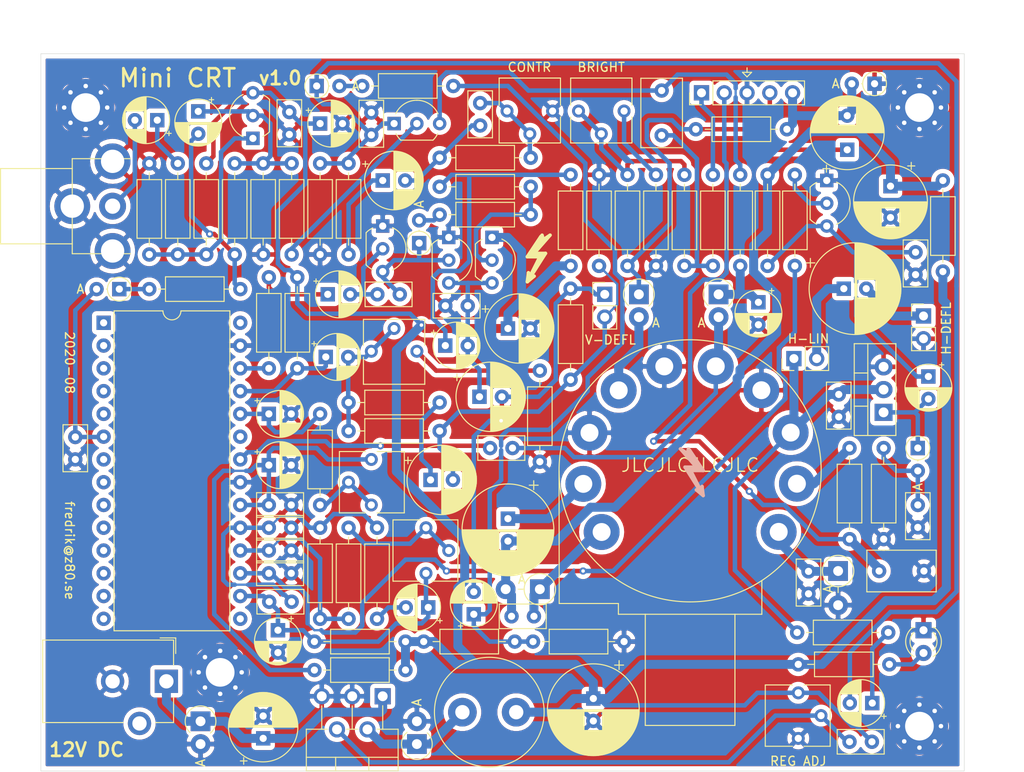
<source format=kicad_pcb>
(kicad_pcb (version 20171130) (host pcbnew 5.1.4+dfsg1-1)
  (layers (0 F.Cu signal) (31 B.Cu signal) (34 B.Paste user hide) (35 F.Paste user hide) (36 B.SilkS user hide) (37 F.SilkS user) (38 B.Mask user hide) (39 F.Mask user hide) (44 Edge.Cuts user))
  (net 0 "")
  (net 1 "Net-(C1-Pad2)")
  (net 2 "Net-(C1-Pad1)")
  (net 3 "Net-(C2-Pad1)")
  (net 4 "Net-(C2-Pad2)")
  (net 5 "Net-(C3-Pad2)")
  (net 6 GND)
  (net 7 +10V)
  (net 8 "Net-(C6-Pad1)")
  (net 9 "Net-(C6-Pad2)")
  (net 10 "Net-(C7-Pad1)")
  (net 11 "Net-(C38-Pad2)")
  (net 12 "Net-(C9-Pad1)")
  (net 13 "Net-(C9-Pad2)")
  (net 14 "Net-(C10-Pad1)")
  (net 15 "Net-(C11-Pad1)")
  (net 16 "Net-(C12-Pad1)")
  (net 17 "Net-(C13-Pad2)")
  (net 18 "Net-(C13-Pad1)")
  (net 19 "Net-(C14-Pad1)")
  (net 20 "Net-(C14-Pad2)")
  (net 21 "Net-(C15-Pad1)")
  (net 22 "Net-(C17-Pad1)")
  (net 23 "Net-(C18-Pad1)")
  (net 24 "Net-(C20-Pad1)")
  (net 25 "Net-(C21-Pad1)")
  (net 26 "Net-(C22-Pad2)")
  (net 27 "Net-(C23-Pad1)")
  (net 28 "Net-(C24-Pad2)")
  (net 29 "Net-(C25-Pad2)")
  (net 30 "Net-(C25-Pad1)")
  (net 31 "Net-(C26-Pad1)")
  (net 32 "Net-(C27-Pad1)")
  (net 33 "Net-(C27-Pad2)")
  (net 34 "Net-(C28-Pad1)")
  (net 35 "Net-(C31-Pad2)")
  (net 36 "Net-(C32-Pad1)")
  (net 37 "Net-(C32-Pad2)")
  (net 38 "Net-(C33-Pad1)")
  (net 39 "Net-(C33-Pad2)")
  (net 40 "Net-(C34-Pad1)")
  (net 41 "Net-(C35-Pad1)")
  (net 42 "Net-(C36-Pad1)")
  (net 43 "Net-(C37-Pad2)")
  (net 44 "Net-(C38-Pad1)")
  (net 45 "Net-(C39-Pad1)")
  (net 46 "Net-(C40-Pad1)")
  (net 47 "Net-(C41-Pad1)")
  (net 48 "Net-(C41-Pad2)")
  (net 49 "Net-(D1-Pad1)")
  (net 50 "Net-(D2-Pad2)")
  (net 51 "Net-(D6-Pad2)")
  (net 52 "Net-(D7-Pad2)")
  (net 53 "Net-(J4-Pad1)")
  (net 54 "Net-(C42-Pad1)")
  (net 55 "Net-(Q1-Pad1)")
  (net 56 "Net-(Q2-Pad2)")
  (net 57 "Net-(Q4-Pad2)")
  (net 58 "Net-(Q6-Pad2)")
  (net 59 "Net-(R14-Pad1)")
  (net 60 "Net-(R15-Pad1)")
  (net 61 "Net-(R19-Pad1)")
  (net 62 "Net-(R26-Pad2)")
  (net 63 "Net-(R39-Pad2)")
  (net 64 "Net-(R41-Pad1)")
  (net 65 "Net-(R43-Pad2)")
  (net 66 "Net-(U1-Pad1)")
  (net 67 "Net-(U1-Pad15)")
  (net 68 "Net-(U1-Pad2)")
  (net 69 "Net-(U1-Pad3)")
  (net 70 "Net-(U1-Pad4)")
  (net 71 "Net-(U1-Pad5)")
  (net 72 "Net-(U1-Pad7)")
  (net 73 "Net-(U1-Pad8)")
  (net 74 "Net-(U1-Pad9)")
  (net 75 "Net-(U1-Pad23)")
  (net 76 "Net-(U1-Pad10)")
  (net 77 "Net-(U1-Pad11)")
  (net 78 "Net-(U1-Pad12)")
  (net 79 "Net-(U1-Pad13)")
  (net 80 "Net-(U1-Pad14)")
  (net 81 "Net-(U1-Pad28)")
  (net 82 "Net-(D10-Pad1)")
  (net 83 "Net-(D11-Pad2)")
  (net 84 "Net-(C44-Pad1)")
  (module Symbol:Symbol_Highvoltage_Type1_CopperTop_Small (layer F.Cu) (at 167.64 73.406)
    (fp_text reference REF** hide)
    (fp_text value Symbol_Highvoltage_Type1_CopperTop_Small)
  )
  (module Symbol:Symbol_Highvoltage_Type1_CopperTop_Small (layer B.Cu) (at 186.5 97.25 180)
    (fp_text reference REF** hide)
    (fp_text value Symbol_Highvoltage_Type1_CopperTop_Small)
  )
  (module MountingHole:MountingHole_3.2mm_M3_Pad_Via (layer F.Cu) (at 211 125)
    (fp_text reference REF** hide)
    (fp_text value MountingHole_3.2mm_M3_Pad_Via)
    (pad 1 thru_hole circle (at 0 0) (size 6.4 6.4) (drill 3.2) (layers *.Cu *.Mask) (net 6 GND))
    (pad 1 thru_hole circle (at 2.4 0) (size 0.8 0.8) (drill 0.5) (layers *.Cu *.Mask))
    (pad 1 thru_hole circle (at 1.697056 1.697056) (size 0.8 0.8) (drill 0.5) (layers *.Cu *.Mask))
    (pad 1 thru_hole circle (at 0 2.4) (size 0.8 0.8) (drill 0.5) (layers *.Cu *.Mask))
    (pad 1 thru_hole circle (at -1.697056 1.697056) (size 0.8 0.8) (drill 0.5) (layers *.Cu *.Mask))
    (pad 1 thru_hole circle (at -2.4 0) (size 0.8 0.8) (drill 0.5) (layers *.Cu *.Mask))
    (pad 1 thru_hole circle (at -1.697056 -1.697056) (size 0.8 0.8) (drill 0.5) (layers *.Cu *.Mask))
    (pad 1 thru_hole circle (at 0 -2.4) (size 0.8 0.8) (drill 0.5) (layers *.Cu *.Mask))
    (pad 1 thru_hole circle (at 1.697056 -1.697056) (size 0.8 0.8) (drill 0.5) (layers *.Cu *.Mask))
  )
  (module MountingHole:MountingHole_3.2mm_M3_Pad_Via (layer F.Cu) (at 211 56)
    (fp_text reference REF** hide)
    (fp_text value MountingHole_3.2mm_M3_Pad_Via)
    (pad 1 thru_hole circle (at 1.697056 -1.697056) (size 0.8 0.8) (drill 0.5) (layers *.Cu *.Mask))
    (pad 1 thru_hole circle (at 0 -2.4) (size 0.8 0.8) (drill 0.5) (layers *.Cu *.Mask))
    (pad 1 thru_hole circle (at -1.697056 -1.697056) (size 0.8 0.8) (drill 0.5) (layers *.Cu *.Mask))
    (pad 1 thru_hole circle (at -2.4 0) (size 0.8 0.8) (drill 0.5) (layers *.Cu *.Mask))
    (pad 1 thru_hole circle (at -1.697056 1.697056) (size 0.8 0.8) (drill 0.5) (layers *.Cu *.Mask))
    (pad 1 thru_hole circle (at 0 2.4) (size 0.8 0.8) (drill 0.5) (layers *.Cu *.Mask))
    (pad 1 thru_hole circle (at 1.697056 1.697056) (size 0.8 0.8) (drill 0.5) (layers *.Cu *.Mask))
    (pad 1 thru_hole circle (at 2.4 0) (size 0.8 0.8) (drill 0.5) (layers *.Cu *.Mask))
    (pad 1 thru_hole circle (at 0 0) (size 6.4 6.4) (drill 3.2) (layers *.Cu *.Mask) (net 6 GND))
  )
  (module MountingHole:MountingHole_3.2mm_M3_Pad_Via (layer F.Cu) (at 118 56)
    (fp_text reference REF** hide)
    (fp_text value MountingHole_3.2mm_M3_Pad_Via)
    (pad 1 thru_hole circle (at 0 0) (size 6.4 6.4) (drill 3.2) (layers *.Cu *.Mask) (net 6 GND))
    (pad 1 thru_hole circle (at 2.4 0) (size 0.8 0.8) (drill 0.5) (layers *.Cu *.Mask))
    (pad 1 thru_hole circle (at 1.697056 1.697056) (size 0.8 0.8) (drill 0.5) (layers *.Cu *.Mask))
    (pad 1 thru_hole circle (at 0 2.4) (size 0.8 0.8) (drill 0.5) (layers *.Cu *.Mask))
    (pad 1 thru_hole circle (at -1.697056 1.697056) (size 0.8 0.8) (drill 0.5) (layers *.Cu *.Mask))
    (pad 1 thru_hole circle (at -2.4 0) (size 0.8 0.8) (drill 0.5) (layers *.Cu *.Mask))
    (pad 1 thru_hole circle (at -1.697056 -1.697056) (size 0.8 0.8) (drill 0.5) (layers *.Cu *.Mask))
    (pad 1 thru_hole circle (at 0 -2.4) (size 0.8 0.8) (drill 0.5) (layers *.Cu *.Mask))
    (pad 1 thru_hole circle (at 1.697056 -1.697056) (size 0.8 0.8) (drill 0.5) (layers *.Cu *.Mask))
  )
  (module MountingHole:MountingHole_3.2mm_M3_Pad_Via (layer F.Cu) (at 133 119)
    (fp_text reference REF** hide)
    (fp_text value MountingHole_3.2mm_M3_Pad_Via)
    (pad 1 thru_hole circle (at 1.697056 -1.697056) (size 0.8 0.8) (drill 0.5) (layers *.Cu *.Mask))
    (pad 1 thru_hole circle (at 0 -2.4) (size 0.8 0.8) (drill 0.5) (layers *.Cu *.Mask))
    (pad 1 thru_hole circle (at -1.697056 -1.697056) (size 0.8 0.8) (drill 0.5) (layers *.Cu *.Mask))
    (pad 1 thru_hole circle (at -2.4 0) (size 0.8 0.8) (drill 0.5) (layers *.Cu *.Mask))
    (pad 1 thru_hole circle (at -1.697056 1.697056) (size 0.8 0.8) (drill 0.5) (layers *.Cu *.Mask))
    (pad 1 thru_hole circle (at 0 2.4) (size 0.8 0.8) (drill 0.5) (layers *.Cu *.Mask))
    (pad 1 thru_hole circle (at 1.697056 1.697056) (size 0.8 0.8) (drill 0.5) (layers *.Cu *.Mask))
    (pad 1 thru_hole circle (at 2.4 0) (size 0.8 0.8) (drill 0.5) (layers *.Cu *.Mask))
    (pad 1 thru_hole circle (at 0 0) (size 6.4 6.4) (drill 3.2) (layers *.Cu *.Mask) (net 6 GND))
  )
  (module rca:FBT55 (layer F.Cu) (at 185.42 96.52)
    (fp_text reference T?1 hide)
    (fp_text value FBT55)
    (pad 6 thru_hole oval (at -2.881172 -11.648984) (size 4 4) (drill 2) (layers *.Cu *.Mask) (net 6 GND))
    (pad 7 thru_hole oval (at -7.964704 -8.975716) (size 4 4) (drill 2) (layers *.Cu *.Mask) (net 52 "Net-(D7-Pad2)"))
    (pad 8 thru_hole oval (at -11.223619 -4.246218) (size 4 4) (drill 2) (layers *.Cu *.Mask) (net 6 GND))
    (pad 9 thru_hole oval (at -11.911337 1.456035) (size 4 4) (drill 2) (layers *.Cu *.Mask) (net 41 "Net-(C35-Pad1)"))
    (pad 10 thru_hole oval (at -9.870312 6.82473) (size 4 4) (drill 2) (layers *.Cu *.Mask) (net 42 "Net-(C36-Pad1)"))
    (pad 1 thru_hole oval (at 9.881294 6.808819) (size 4 4) (drill 2) (layers *.Cu *.Mask) (net 43 "Net-(C37-Pad2)"))
    (pad 2 thru_hole oval (at 11.913667 1.436843) (size 4 4) (drill 2) (layers *.Cu *.Mask) (net 63 "Net-(R39-Pad2)"))
    (pad 3 thru_hole oval (at 11.216763 -4.264295) (size 4 4) (drill 2) (layers *.Cu *.Mask) (net 34 "Net-(C28-Pad1)"))
    (pad 4 thru_hole oval (at 7.950233 -8.988536) (size 4 4) (drill 2) (layers *.Cu *.Mask) (net 6 GND))
    (pad 5 thru_hole oval (at 2.862401 -11.653611) (size 4 4) (drill 2) (layers *.Cu *.Mask) (net 19 "Net-(C14-Pad1)"))
  )
  (module Capacitor_THT:CP_Radial_D5.0mm_P2.50mm (layer F.Cu) (at 125.984 57.404 180)
    (fp_text reference C1 hide)
    (fp_text value 3.3u/50V)
    (pad 2 thru_hole circle (at 2.5 0 180) (size 1.6 1.6) (drill 0.8) (layers *.Cu *.Mask) (net 1 "Net-(C1-Pad2)"))
    (pad 1 thru_hole rect (at 0 0 180) (size 1.6 1.6) (drill 0.8) (layers *.Cu *.Mask) (net 2 "Net-(C1-Pad1)"))
  )
  (module Capacitor_THT:CP_Radial_D5.0mm_P2.50mm (layer F.Cu) (at 130.556 56.428 270)
    (fp_text reference C2 hide)
    (fp_text value 1u/50V)
    (pad 1 thru_hole rect (at 0 0 270) (size 1.6 1.6) (drill 0.8) (layers *.Cu *.Mask) (net 3 "Net-(C2-Pad1)"))
    (pad 2 thru_hole circle (at 2.5 0 270) (size 1.6 1.6) (drill 0.8) (layers *.Cu *.Mask) (net 4 "Net-(C2-Pad2)"))
  )
  (module Capacitor_THT:C_Disc_D5.0mm_W2.5mm_P2.50mm (layer F.Cu) (at 116.84 95.25 90)
    (fp_text reference C3 hide)
    (fp_text value 680)
    (pad 2 thru_hole circle (at 2.5 0 90) (size 1.6 1.6) (drill 0.8) (layers *.Cu *.Mask) (net 5 "Net-(C3-Pad2)"))
    (pad 1 thru_hole circle (at 0 0 90) (size 1.6 1.6) (drill 0.8) (layers *.Cu *.Mask) (net 6 GND))
  )
  (module Capacitor_THT:C_Disc_D5.0mm_W2.5mm_P2.50mm (layer F.Cu) (at 140.716 56.5 270)
    (fp_text reference C4 hide)
    (fp_text value C)
    (pad 1 thru_hole circle (at 0 0 270) (size 1.6 1.6) (drill 0.8) (layers *.Cu *.Mask) (net 7 +10V))
    (pad 2 thru_hole circle (at 2.5 0 270) (size 1.6 1.6) (drill 0.8) (layers *.Cu *.Mask) (net 6 GND))
  )
  (module Capacitor_THT:CP_Radial_D5.0mm_P2.50mm (layer F.Cu) (at 144.145 57.785)
    (fp_text reference C5 hide)
    (fp_text value 10u/16V)
    (pad 1 thru_hole rect (at 0 0) (size 1.6 1.6) (drill 0.8) (layers *.Cu *.Mask) (net 7 +10V))
    (pad 2 thru_hole circle (at 2.5 0) (size 1.6 1.6) (drill 0.8) (layers *.Cu *.Mask) (net 6 GND))
  )
  (module Capacitor_THT:C_Disc_D5.0mm_W2.5mm_P2.50mm (layer F.Cu) (at 162 58 90)
    (fp_text reference C6 hide)
    (fp_text value 471)
    (pad 1 thru_hole circle (at 0 0 90) (size 1.6 1.6) (drill 0.8) (layers *.Cu *.Mask) (net 8 "Net-(C6-Pad1)"))
    (pad 2 thru_hole circle (at 2.5 0 90) (size 1.6 1.6) (drill 0.8) (layers *.Cu *.Mask) (net 9 "Net-(C6-Pad2)"))
  )
  (module Capacitor_THT:CP_Radial_D6.3mm_P2.50mm (layer F.Cu) (at 151.13 64.135)
    (fp_text reference C7 hide)
    (fp_text value 100u/16V)
    (pad 1 thru_hole rect (at 0 0) (size 1.6 1.6) (drill 0.8) (layers *.Cu *.Mask) (net 10 "Net-(C7-Pad1)"))
    (pad 2 thru_hole circle (at 2.5 0) (size 1.6 1.6) (drill 0.8) (layers *.Cu *.Mask) (net 8 "Net-(C6-Pad1)"))
  )
  (module Capacitor_THT:C_Disc_D5.0mm_W2.5mm_P2.50mm (layer F.Cu) (at 149.86 59.055 90)
    (fp_text reference C8 hide)
    (fp_text value 391)
    (pad 1 thru_hole circle (at 0 0 90) (size 1.6 1.6) (drill 0.8) (layers *.Cu *.Mask) (net 11 "Net-(C38-Pad2)"))
    (pad 2 thru_hole circle (at 2.5 0 90) (size 1.6 1.6) (drill 0.8) (layers *.Cu *.Mask) (net 6 GND))
  )
  (module Capacitor_THT:C_Disc_D7.5mm_W4.4mm_P5.00mm (layer F.Cu) (at 182.245 54.102 270)
    (fp_text reference C9 hide)
    (fp_text value 104/250V)
    (pad 1 thru_hole circle (at 0 0 270) (size 1.6 1.6) (drill 0.8) (layers *.Cu *.Mask) (net 12 "Net-(C9-Pad1)"))
    (pad 2 thru_hole circle (at 5 0 270) (size 1.6 1.6) (drill 0.8) (layers *.Cu *.Mask) (net 13 "Net-(C9-Pad2)"))
  )
  (module Capacitor_THT:CP_Radial_D5.0mm_P2.50mm (layer F.Cu) (at 139.446 114.3 270)
    (fp_text reference C10 hide)
    (fp_text value 470U/16V)
    (pad 1 thru_hole rect (at 0 0 270) (size 1.6 1.6) (drill 0.8) (layers *.Cu *.Mask) (net 14 "Net-(C10-Pad1)"))
    (pad 2 thru_hole circle (at 2.5 0 270) (size 1.6 1.6) (drill 0.8) (layers *.Cu *.Mask) (net 6 GND))
  )
  (module Capacitor_THT:C_Disc_D5.0mm_W2.5mm_P2.50mm (layer F.Cu) (at 138.43 107.95)
    (fp_text reference C11 hide)
    (fp_text value 331)
    (pad 2 thru_hole circle (at 2.5 0) (size 1.6 1.6) (drill 0.8) (layers *.Cu *.Mask) (net 6 GND))
    (pad 1 thru_hole circle (at 0 0) (size 1.6 1.6) (drill 0.8) (layers *.Cu *.Mask) (net 15 "Net-(C11-Pad1)"))
  )
  (module Capacitor_THT:CP_Radial_D5.0mm_P2.50mm (layer F.Cu) (at 138.43 95.885)
    (fp_text reference C12 hide)
    (fp_text value 470U/16V)
    (pad 1 thru_hole rect (at 0 0) (size 1.6 1.6) (drill 0.8) (layers *.Cu *.Mask) (net 16 "Net-(C12-Pad1)"))
    (pad 2 thru_hole circle (at 2.5 0) (size 1.6 1.6) (drill 0.8) (layers *.Cu *.Mask) (net 6 GND))
  )
  (module Capacitor_THT:CP_Radial_D5.0mm_P2.50mm (layer F.Cu) (at 145 76.835)
    (fp_text reference C13 hide)
    (fp_text value 22u/16V)
    (pad 2 thru_hole circle (at 2.5 0) (size 1.6 1.6) (drill 0.8) (layers *.Cu *.Mask) (net 17 "Net-(C13-Pad2)"))
    (pad 1 thru_hole rect (at 0 0) (size 1.6 1.6) (drill 0.8) (layers *.Cu *.Mask) (net 18 "Net-(C13-Pad1)"))
  )
  (module Capacitor_THT:C_Disc_D5.0mm_W2.5mm_P2.50mm (layer F.Cu) (at 165.608 93.98 180)
    (fp_text reference C14 hide)
    (fp_text value 103)
    (pad 1 thru_hole circle (at 0 0 180) (size 1.6 1.6) (drill 0.8) (layers *.Cu *.Mask) (net 19 "Net-(C14-Pad1)"))
    (pad 2 thru_hole circle (at 2.5 0 180) (size 1.6 1.6) (drill 0.8) (layers *.Cu *.Mask) (net 20 "Net-(C14-Pad2)"))
  )
  (module Capacitor_THT:C_Disc_D5.0mm_W2.5mm_P2.50mm (layer F.Cu) (at 140.97 111.125 180)
    (fp_text reference C15 hide)
    (fp_text value 471)
    (pad 1 thru_hole circle (at 0 0 180) (size 1.6 1.6) (drill 0.8) (layers *.Cu *.Mask) (net 21 "Net-(C15-Pad1)"))
    (pad 2 thru_hole circle (at 2.5 0 180) (size 1.6 1.6) (drill 0.8) (layers *.Cu *.Mask) (net 14 "Net-(C10-Pad1)"))
  )
  (module Capacitor_THT:C_Disc_D5.0mm_W2.5mm_P2.50mm (layer F.Cu) (at 138.43 100.33)
    (fp_text reference C16 hide)
    (fp_text value 103)
    (pad 2 thru_hole circle (at 2.5 0) (size 1.6 1.6) (drill 0.8) (layers *.Cu *.Mask) (net 6 GND))
    (pad 1 thru_hole circle (at 0 0) (size 1.6 1.6) (drill 0.8) (layers *.Cu *.Mask) (net 16 "Net-(C12-Pad1)"))
  )
  (module Capacitor_THT:CP_Radial_D5.0mm_P2.50mm (layer F.Cu) (at 138.43 90.17)
    (fp_text reference C17 hide)
    (fp_text value 1u?)
    (pad 2 thru_hole circle (at 2.5 0) (size 1.6 1.6) (drill 0.8) (layers *.Cu *.Mask) (net 6 GND))
    (pad 1 thru_hole rect (at 0 0) (size 1.6 1.6) (drill 0.8) (layers *.Cu *.Mask) (net 22 "Net-(C17-Pad1)"))
  )
  (module Capacitor_THT:C_Disc_D5.0mm_W2.5mm_P2.50mm (layer F.Cu) (at 153.035 76.835 180)
    (fp_text reference C18 hide)
    (fp_text value C)
    (pad 1 thru_hole circle (at 0 0 180) (size 1.6 1.6) (drill 0.8) (layers *.Cu *.Mask) (net 23 "Net-(C18-Pad1)"))
    (pad 2 thru_hole circle (at 2.5 0 180) (size 1.6 1.6) (drill 0.8) (layers *.Cu *.Mask) (net 17 "Net-(C13-Pad2)"))
  )
  (module Capacitor_THT:C_Disc_D5.0mm_W2.5mm_P2.50mm (layer F.Cu) (at 138.43 102.87)
    (fp_text reference C19 hide)
    (fp_text value C)
    (pad 2 thru_hole circle (at 2.5 0) (size 1.6 1.6) (drill 0.8) (layers *.Cu *.Mask) (net 6 GND))
    (pad 1 thru_hole circle (at 0 0) (size 1.6 1.6) (drill 0.8) (layers *.Cu *.Mask) (net 21 "Net-(C15-Pad1)"))
  )
  (module Capacitor_THT:C_Disc_D5.0mm_W2.5mm_P2.50mm (layer F.Cu) (at 138.43 105.41)
    (fp_text reference C20 hide)
    (fp_text value C)
    (pad 1 thru_hole circle (at 0 0) (size 1.6 1.6) (drill 0.8) (layers *.Cu *.Mask) (net 24 "Net-(C20-Pad1)"))
    (pad 2 thru_hole circle (at 2.5 0) (size 1.6 1.6) (drill 0.8) (layers *.Cu *.Mask) (net 6 GND))
  )
  (module Capacitor_THT:CP_Radial_D8.0mm_P3.50mm (layer F.Cu) (at 207.772 64.77 270)
    (fp_text reference C21 hide)
    (fp_text value 220u/25V)
    (pad 1 thru_hole rect (at 0 0 270) (size 1.6 1.6) (drill 0.8) (layers *.Cu *.Mask) (net 25 "Net-(C21-Pad1)"))
    (pad 2 thru_hole circle (at 3.5 0 270) (size 1.6 1.6) (drill 0.8) (layers *.Cu *.Mask) (net 6 GND))
  )
  (module Capacitor_THT:CP_Radial_D5.0mm_P2.50mm (layer F.Cu) (at 156.21 111.76 180)
    (fp_text reference C22 hide)
    (fp_text value 1u/50V)
    (pad 2 thru_hole circle (at 2.5 0 180) (size 1.6 1.6) (drill 0.8) (layers *.Cu *.Mask) (net 26 "Net-(C22-Pad2)"))
    (pad 1 thru_hole rect (at 0 0 180) (size 1.6 1.6) (drill 0.8) (layers *.Cu *.Mask) (net 14 "Net-(C10-Pad1)"))
  )
  (module Capacitor_THT:C_Disc_D5.0mm_W2.5mm_P2.50mm (layer F.Cu) (at 210.566 72.136 270)
    (fp_text reference C23 hide)
    (fp_text value 222)
    (pad 2 thru_hole circle (at 2.5 0 270) (size 1.6 1.6) (drill 0.8) (layers *.Cu *.Mask) (net 6 GND))
    (pad 1 thru_hole circle (at 0 0 270) (size 1.6 1.6) (drill 0.8) (layers *.Cu *.Mask) (net 27 "Net-(C23-Pad1)"))
  )
  (module Capacitor_THT:CP_Radial_D5.0mm_P2.50mm (layer F.Cu) (at 212 86 270)
    (fp_text reference C24 hide)
    (fp_text value 22u/16V)
    (pad 1 thru_hole rect (at 0 0 270) (size 1.6 1.6) (drill 0.8) (layers *.Cu *.Mask) (net 27 "Net-(C23-Pad1)"))
    (pad 2 thru_hole circle (at 2.5 0 270) (size 1.6 1.6) (drill 0.8) (layers *.Cu *.Mask) (net 28 "Net-(C24-Pad2)"))
  )
  (module Capacitor_THT:CP_Radial_D5.0mm_P2.50mm (layer F.Cu) (at 144.78 83.82)
    (fp_text reference C25 hide)
    (fp_text value 2.2u/50V)
    (pad 2 thru_hole circle (at 2.5 0) (size 1.6 1.6) (drill 0.8) (layers *.Cu *.Mask) (net 29 "Net-(C25-Pad2)"))
    (pad 1 thru_hole rect (at 0 0) (size 1.6 1.6) (drill 0.8) (layers *.Cu *.Mask) (net 30 "Net-(C25-Pad1)"))
  )
  (module Capacitor_THT:C_Disc_D5.0mm_W2.5mm_P2.50mm (layer F.Cu) (at 210.82 100.33 270)
    (fp_text reference C26 hide)
    (fp_text value 222)
    (pad 2 thru_hole circle (at 2.5 0 270) (size 1.6 1.6) (drill 0.8) (layers *.Cu *.Mask) (net 6 GND))
    (pad 1 thru_hole circle (at 0 0 270) (size 1.6 1.6) (drill 0.8) (layers *.Cu *.Mask) (net 31 "Net-(C26-Pad1)"))
  )
  (module Capacitor_THT:CP_Radial_D5.0mm_P2.50mm (layer F.Cu) (at 158.115 82.55)
    (fp_text reference C27 hide)
    (fp_text value 100u/16V)
    (pad 1 thru_hole rect (at 0 0) (size 1.6 1.6) (drill 0.8) (layers *.Cu *.Mask) (net 32 "Net-(C27-Pad1)"))
    (pad 2 thru_hole circle (at 2.5 0) (size 1.6 1.6) (drill 0.8) (layers *.Cu *.Mask) (net 33 "Net-(C27-Pad2)"))
  )
  (module Capacitor_THT:C_Disc_D5.0mm_W2.5mm_P2.50mm (layer F.Cu) (at 202 88 270)
    (fp_text reference C28 hide)
    (fp_text value 331/50V)
    (pad 1 thru_hole circle (at 0 0 270) (size 1.6 1.6) (drill 0.8) (layers *.Cu *.Mask) (net 34 "Net-(C28-Pad1)"))
    (pad 2 thru_hole circle (at 2.5 0 270) (size 1.6 1.6) (drill 0.8) (layers *.Cu *.Mask) (net 6 GND))
  )
  (module Capacitor_THT:CP_Radial_D7.5mm_P2.50mm (layer F.Cu) (at 165.1 80.645)
    (fp_text reference C29 hide)
    (fp_text value 1000u/16V)
    (pad 1 thru_hole rect (at 0 0) (size 1.6 1.6) (drill 0.8) (layers *.Cu *.Mask) (net 7 +10V))
    (pad 2 thru_hole circle (at 2.5 0) (size 1.6 1.6) (drill 0.8) (layers *.Cu *.Mask) (net 6 GND))
  )
  (module Capacitor_THT:C_Disc_D5.0mm_W2.5mm_P2.50mm (layer F.Cu) (at 160.615 78.105 180)
    (fp_text reference C30 hide)
    (fp_text value C)
    (pad 1 thru_hole circle (at 0 0 180) (size 1.6 1.6) (drill 0.8) (layers *.Cu *.Mask) (net 33 "Net-(C27-Pad2)"))
    (pad 2 thru_hole circle (at 2.5 0 180) (size 1.6 1.6) (drill 0.8) (layers *.Cu *.Mask) (net 6 GND))
  )
  (module Capacitor_THT:CP_Radial_D7.5mm_P2.50mm (layer F.Cu) (at 161.925 88.265)
    (fp_text reference C31 hide)
    (fp_text value 1100u/10V)
    (pad 2 thru_hole circle (at 2.5 0) (size 1.6 1.6) (drill 0.8) (layers *.Cu *.Mask) (net 35 "Net-(C31-Pad2)"))
    (pad 1 thru_hole rect (at 0 0) (size 1.6 1.6) (drill 0.8) (layers *.Cu *.Mask) (net 33 "Net-(C27-Pad2)"))
  )
  (module Capacitor_THT:CP_Radial_D7.5mm_P2.50mm (layer F.Cu) (at 156.464 97.536)
    (fp_text reference C32 hide)
    (fp_text value 10u/50V)
    (pad 1 thru_hole rect (at 0 0) (size 1.6 1.6) (drill 0.8) (layers *.Cu *.Mask) (net 36 "Net-(C32-Pad1)"))
    (pad 2 thru_hole circle (at 2.5 0) (size 1.6 1.6) (drill 0.8) (layers *.Cu *.Mask) (net 37 "Net-(C32-Pad2)"))
  )
  (module Capacitor_THT:CP_Radial_D10.0mm_P2.50mm (layer F.Cu) (at 202.565 76.2)
    (fp_text reference C33 hide)
    (fp_text value 6.8u/35V)
    (pad 1 thru_hole rect (at 0 0) (size 1.6 1.6) (drill 0.8) (layers *.Cu *.Mask) (net 38 "Net-(C33-Pad1)"))
    (pad 2 thru_hole circle (at 2.5 0) (size 1.6 1.6) (drill 0.8) (layers *.Cu *.Mask) (net 39 "Net-(C33-Pad2)"))
  )
  (module Capacitor_THT:CP_Radial_D10.0mm_P2.50mm (layer F.Cu) (at 165.1 101.854 270)
    (fp_text reference C35 hide)
    (fp_text value 220u/25V)
    (pad 1 thru_hole rect (at 0 0 270) (size 1.6 1.6) (drill 0.8) (layers *.Cu *.Mask) (net 41 "Net-(C35-Pad1)"))
    (pad 2 thru_hole circle (at 2.5 0 270) (size 1.6 1.6) (drill 0.8) (layers *.Cu *.Mask) (net 25 "Net-(C21-Pad1)"))
  )
  (module Capacitor_THT:C_Disc_D5.0mm_W2.5mm_P2.50mm (layer F.Cu) (at 168 112.75 180)
    (fp_text reference C36 hide)
    (fp_text value 102/250V)
    (pad 2 thru_hole circle (at 2.5 0 180) (size 1.6 1.6) (drill 0.8) (layers *.Cu *.Mask) (net 25 "Net-(C21-Pad1)"))
    (pad 1 thru_hole circle (at 0 0 180) (size 1.6 1.6) (drill 0.8) (layers *.Cu *.Mask) (net 42 "Net-(C36-Pad1)"))
  )
  (module Capacitor_THT:C_Disc_D5.0mm_W2.5mm_P2.50mm (layer F.Cu) (at 198.628 110.236 90)
    (fp_text reference C37 hide)
    (fp_text value C)
    (pad 2 thru_hole circle (at 2.5 0 90) (size 1.6 1.6) (drill 0.8) (layers *.Cu *.Mask) (net 43 "Net-(C37-Pad2)"))
    (pad 1 thru_hole circle (at 0 0 90) (size 1.6 1.6) (drill 0.8) (layers *.Cu *.Mask) (net 6 GND))
  )
  (module Capacitor_THT:CP_Radial_D5.0mm_P2.50mm (layer F.Cu) (at 205.74 122.428 180)
    (fp_text reference C38 hide)
    (fp_text value 1u/16V)
    (pad 1 thru_hole rect (at 0 0 180) (size 1.6 1.6) (drill 0.8) (layers *.Cu *.Mask) (net 44 "Net-(C38-Pad1)"))
    (pad 2 thru_hole circle (at 2.5 0 180) (size 1.6 1.6) (drill 0.8) (layers *.Cu *.Mask) (net 11 "Net-(C38-Pad2)"))
  )
  (module Capacitor_THT:CP_Radial_D5.0mm_P2.50mm (layer F.Cu) (at 193.04 77.724 270)
    (fp_text reference C39 hide)
    (fp_text value 3.3u/100V)
    (pad 2 thru_hole circle (at 2.5 0 270) (size 1.6 1.6) (drill 0.8) (layers *.Cu *.Mask) (net 6 GND))
    (pad 1 thru_hole rect (at 0 0 270) (size 1.6 1.6) (drill 0.8) (layers *.Cu *.Mask) (net 45 "Net-(C39-Pad1)"))
  )
  (module Capacitor_THT:C_Disc_D7.5mm_W4.4mm_P5.00mm (layer F.Cu) (at 206.502 107.696)
    (fp_text reference C40 hide)
    (fp_text value 223D/250V)
    (pad 2 thru_hole circle (at 5 0) (size 1.6 1.6) (drill 0.8) (layers *.Cu *.Mask) (net 6 GND))
    (pad 1 thru_hole circle (at 0 0) (size 1.6 1.6) (drill 0.8) (layers *.Cu *.Mask) (net 46 "Net-(C40-Pad1)"))
  )
  (module Capacitor_THT:CP_Radial_D8.0mm_P3.80mm (layer F.Cu) (at 202.946 60.706 90)
    (fp_text reference C41 hide)
    (fp_text value 10u/160V)
    (pad 1 thru_hole rect (at 0 0 90) (size 1.6 1.6) (drill 0.8) (layers *.Cu *.Mask) (net 47 "Net-(C41-Pad1)"))
    (pad 2 thru_hole circle (at 3.8 0 90) (size 1.6 1.6) (drill 0.8) (layers *.Cu *.Mask) (net 48 "Net-(C41-Pad2)"))
  )
  (module Diode_THT:D_DO-35_SOD27_P2.54mm_Vertical_AnodeUp (layer F.Cu) (at 121.75 76.25 180)
    (fp_text reference D1 hide)
    (fp_text value 4148)
    (fp_text user A (at 4.34 0) (layer F.SilkS))
    (pad 1 thru_hole rect (at 0 0 180) (size 1.6 1.6) (drill 0.8) (layers *.Cu *.Mask) (net 49 "Net-(D1-Pad1)"))
    (pad 2 thru_hole oval (at 2.54 0 180) (size 1.6 1.6) (drill 0.8) (layers *.Cu *.Mask) (net 5 "Net-(C3-Pad2)"))
  )
  (module Diode_THT:D_DO-35_SOD27_P2.54mm_Vertical_AnodeUp (layer F.Cu) (at 155.194 71.12 90)
    (fp_text reference D2 hide)
    (fp_text value 4148)
    (fp_text user A (at 4.34 0 90) (layer F.SilkS))
    (pad 1 thru_hole rect (at 0 0 90) (size 1.6 1.6) (drill 0.8) (layers *.Cu *.Mask) (net 23 "Net-(C18-Pad1)"))
    (pad 2 thru_hole oval (at 2.54 0 90) (size 1.6 1.6) (drill 0.8) (layers *.Cu *.Mask) (net 50 "Net-(D2-Pad2)"))
  )
  (module Diode_THT:D_DO-35_SOD27_P2.54mm_Vertical_AnodeUp (layer F.Cu) (at 210.82 93.98 270)
    (fp_text reference D3 hide)
    (fp_text value 4148)
    (fp_text user A (at 4.34 0 90) (layer F.SilkS))
    (pad 2 thru_hole oval (at 2.54 0 270) (size 1.6 1.6) (drill 0.8) (layers *.Cu *.Mask) (net 31 "Net-(C26-Pad1)"))
    (pad 1 thru_hole rect (at 0 0 270) (size 1.6 1.6) (drill 0.8) (layers *.Cu *.Mask) (net 28 "Net-(C24-Pad2)"))
  )
  (module Diode_THT:D_DO-41_SOD81_P3.81mm_Vertical_AnodeUp (layer F.Cu) (at 168.656 109.728 180)
    (fp_text reference D4 hide)
    (fp_text value D)
    (fp_text user A (at 2.01 1.1) (layer F.SilkS))
    (pad 1 thru_hole rect (at 0 0 180) (size 2.2 2.2) (drill 1.1) (layers *.Cu *.Mask) (net 42 "Net-(C36-Pad1)"))
    (pad 2 thru_hole oval (at 3.81 0 180) (size 2.2 2.2) (drill 1.1) (layers *.Cu *.Mask) (net 25 "Net-(C21-Pad1)"))
  )
  (module Diode_THT:D_DO-41_SOD81_P3.81mm_Vertical_AnodeUp (layer F.Cu) (at 201.93 107.696 270)
    (fp_text reference D5 hide)
    (fp_text value D)
    (fp_text user A (at 2.01 1.1 90) (layer F.SilkS))
    (pad 2 thru_hole oval (at 3.81 0 270) (size 2.2 2.2) (drill 1.1) (layers *.Cu *.Mask) (net 6 GND))
    (pad 1 thru_hole rect (at 0 0 270) (size 2.2 2.2) (drill 1.1) (layers *.Cu *.Mask) (net 43 "Net-(C37-Pad2)"))
  )
  (module Diode_THT:D_DO-35_SOD27_P2.54mm_Vertical_AnodeUp (layer F.Cu) (at 143.764 53.594)
    (fp_text reference D6 hide)
    (fp_text value 4148)
    (fp_text user A (at 4.34 0) (layer F.SilkS))
    (pad 1 thru_hole rect (at 0 0) (size 1.6 1.6) (drill 0.8) (layers *.Cu *.Mask) (net 11 "Net-(C38-Pad2)"))
    (pad 2 thru_hole oval (at 2.54 0) (size 1.6 1.6) (drill 0.8) (layers *.Cu *.Mask) (net 51 "Net-(D6-Pad2)"))
  )
  (module Diode_THT:D_DO-41_SOD81_P2.54mm_Vertical_AnodeUp (layer F.Cu) (at 179.705 76.835 270)
    (fp_text reference D7 hide)
    (fp_text value 4007)
    (fp_text user A (at 3.175 -1.905 180) (layer F.SilkS))
    (pad 1 thru_hole rect (at 0 0 270) (size 2.2 2.2) (drill 1.1) (layers *.Cu *.Mask) (net 47 "Net-(C41-Pad1)"))
    (pad 2 thru_hole oval (at 2.54 0 270) (size 2.2 2.2) (drill 1.1) (layers *.Cu *.Mask) (net 52 "Net-(D7-Pad2)"))
  )
  (module Diode_THT:D_DO-41_SOD81_P2.54mm_Vertical_AnodeUp (layer F.Cu) (at 188.595 76.835 270)
    (fp_text reference D8 hide)
    (fp_text value 4007)
    (fp_text user A (at 3.175 1.905 180) (layer F.SilkS))
    (pad 2 thru_hole oval (at 2.54 0 270) (size 2.2 2.2) (drill 1.1) (layers *.Cu *.Mask) (net 19 "Net-(C14-Pad1)"))
    (pad 1 thru_hole rect (at 0 0 270) (size 2.2 2.2) (drill 1.1) (layers *.Cu *.Mask) (net 45 "Net-(C39-Pad1)"))
  )
  (module Diode_THT:D_DO-35_SOD27_P2.54mm_Vertical_AnodeUp (layer F.Cu) (at 205.994 53.34 180)
    (fp_text reference D9 hide)
    (fp_text value 4148)
    (fp_text user A (at 4.34 0) (layer F.SilkS))
    (pad 2 thru_hole oval (at 2.54 0 180) (size 1.6 1.6) (drill 0.8) (layers *.Cu *.Mask) (net 48 "Net-(C41-Pad2)"))
    (pad 1 thru_hole rect (at 0 0 180) (size 1.6 1.6) (drill 0.8) (layers *.Cu *.Mask) (net 6 GND))
  )
  (module Connector_PinHeader_2.54mm:PinHeader_1x02_P2.54mm_Vertical (layer F.Cu) (at 211.455 79.248)
    (fp_text reference J2 hide)
    (fp_text value H_COIL)
    (pad 1 thru_hole rect (at 0 0) (size 1.7 1.7) (drill 1) (layers *.Cu *.Mask) (net 39 "Net-(C33-Pad2)"))
    (pad 2 thru_hole oval (at 0 2.54) (size 1.7 1.7) (drill 1) (layers *.Cu *.Mask) (net 6 GND))
  )
  (module Connector_PinHeader_2.54mm:PinHeader_1x02_P2.54mm_Vertical (layer F.Cu) (at 175.895 76.835)
    (fp_text reference J3 hide)
    (fp_text value V_COIL)
    (pad 1 thru_hole rect (at 0 0) (size 1.7 1.7) (drill 1) (layers *.Cu *.Mask) (net 35 "Net-(C31-Pad2)"))
    (pad 2 thru_hole oval (at 0 2.54) (size 1.7 1.7) (drill 1) (layers *.Cu *.Mask) (net 37 "Net-(C32-Pad2)"))
  )
  (module Connector_PinHeader_2.54mm:PinHeader_1x05_P2.54mm_Vertical (layer F.Cu) (at 186.69 54.356 90)
    (fp_text reference J4 hide)
    (fp_text value CRT)
    (pad 1 thru_hole rect (at 0 0 90) (size 1.7 1.7) (drill 1) (layers *.Cu *.Mask) (net 53 "Net-(J4-Pad1)"))
    (pad 2 thru_hole oval (at 0 2.54 90) (size 1.7 1.7) (drill 1) (layers *.Cu *.Mask) (net 46 "Net-(C40-Pad1)"))
    (pad 3 thru_hole oval (at 0 5.08 90) (size 1.7 1.7) (drill 1) (layers *.Cu *.Mask) (net 6 GND))
    (pad 4 thru_hole oval (at 0 7.62 90) (size 1.7 1.7) (drill 1) (layers *.Cu *.Mask) (net 47 "Net-(C41-Pad1)"))
    (pad 5 thru_hole oval (at 0 10.16 90) (size 1.7 1.7) (drill 1) (layers *.Cu *.Mask) (net 48 "Net-(C41-Pad2)"))
  )
  (module Connector_PinHeader_2.54mm:PinHeader_1x02_P2.54mm_Vertical (layer F.Cu) (at 197 84 90)
    (fp_text reference L1 hide)
    (fp_text value 0.6u)
    (pad 2 thru_hole oval (at 0 2.54 90) (size 1.7 1.7) (drill 1) (layers *.Cu *.Mask) (net 38 "Net-(C33-Pad1)"))
    (pad 1 thru_hole rect (at 0 0 90) (size 1.7 1.7) (drill 1) (layers *.Cu *.Mask) (net 34 "Net-(C28-Pad1)"))
  )
  (module Package_TO_SOT_THT:TO-92_Inline_Wide (layer F.Cu) (at 136.652 59.436 90)
    (fp_text reference Q1 hide)
    (fp_text value BC847)
    (pad 1 thru_hole rect (at 0 0 180) (size 1.5 1.5) (drill 0.8) (layers *.Cu *.Mask) (net 55 "Net-(Q1-Pad1)"))
    (pad 3 thru_hole circle (at 5.08 0 180) (size 1.5 1.5) (drill 0.8) (layers *.Cu *.Mask) (net 7 +10V))
    (pad 2 thru_hole circle (at 2.54 0 180) (size 1.5 1.5) (drill 0.8) (layers *.Cu *.Mask) (net 3 "Net-(C2-Pad1)"))
  )
  (module Package_TO_SOT_THT:TO-92_Inline_Wide (layer F.Cu) (at 152.4 57.785)
    (fp_text reference Q2 hide)
    (fp_text value 2N5551)
    (pad 1 thru_hole rect (at 0 0 90) (size 1.5 1.5) (drill 0.8) (layers *.Cu *.Mask) (net 11 "Net-(C38-Pad2)"))
    (pad 3 thru_hole circle (at 5.08 0 90) (size 1.5 1.5) (drill 0.8) (layers *.Cu *.Mask) (net 12 "Net-(C9-Pad1)"))
    (pad 2 thru_hole circle (at 2.54 0 90) (size 1.5 1.5) (drill 0.8) (layers *.Cu *.Mask) (net 56 "Net-(Q2-Pad2)"))
  )
  (module Package_TO_SOT_THT:TO-92_Inline_Wide (layer F.Cu) (at 151.13 69.215 270)
    (fp_text reference Q3 hide)
    (fp_text value 9013)
    (pad 2 thru_hole circle (at 2.54 0) (size 1.5 1.5) (drill 0.8) (layers *.Cu *.Mask) (net 17 "Net-(C13-Pad2)"))
    (pad 3 thru_hole circle (at 5.08 0) (size 1.5 1.5) (drill 0.8) (layers *.Cu *.Mask) (net 23 "Net-(C18-Pad1)"))
    (pad 1 thru_hole rect (at 0 0) (size 1.5 1.5) (drill 0.8) (layers *.Cu *.Mask) (net 6 GND))
  )
  (module Package_TO_SOT_THT:TO-92_Inline_Wide (layer F.Cu) (at 200.66 64.135 270)
    (fp_text reference Q4 hide)
    (fp_text value 9013)
    (pad 2 thru_hole circle (at 2.54 0) (size 1.5 1.5) (drill 0.8) (layers *.Cu *.Mask) (net 57 "Net-(Q4-Pad2)"))
    (pad 3 thru_hole circle (at 5.08 0) (size 1.5 1.5) (drill 0.8) (layers *.Cu *.Mask) (net 27 "Net-(C23-Pad1)"))
    (pad 1 thru_hole rect (at 0 0) (size 1.5 1.5) (drill 0.8) (layers *.Cu *.Mask) (net 6 GND))
  )
  (module Package_TO_SOT_THT:TO-220-3_Vertical (layer F.Cu) (at 207 90 90)
    (fp_text reference Q5 hide)
    (fp_text value NPN)
    (pad 1 thru_hole rect (at 0 0 90) (size 1.905 2) (drill 1.1) (layers *.Cu *.Mask) (net 28 "Net-(C24-Pad2)"))
    (pad 2 thru_hole oval (at 2.54 0 90) (size 1.905 2) (drill 1.1) (layers *.Cu *.Mask) (net 34 "Net-(C28-Pad1)"))
    (pad 3 thru_hole oval (at 5.08 0 90) (size 1.905 2) (drill 1.1) (layers *.Cu *.Mask) (net 6 GND))
  )
  (module Package_TO_SOT_THT:TO-92_Inline_Wide (layer F.Cu) (at 163.322 70.485 270)
    (fp_text reference Q6 hide)
    (fp_text value Q_PNP_EBC)
    (pad 1 thru_hole rect (at 0 0) (size 1.5 1.5) (drill 0.8) (layers *.Cu *.Mask) (net 7 +10V))
    (pad 3 thru_hole circle (at 5.08 0) (size 1.5 1.5) (drill 0.8) (layers *.Cu *.Mask) (net 33 "Net-(C27-Pad2)"))
    (pad 2 thru_hole circle (at 2.54 0) (size 1.5 1.5) (drill 0.8) (layers *.Cu *.Mask) (net 58 "Net-(Q6-Pad2)"))
  )
  (module Package_TO_SOT_THT:TO-92_Inline_Wide (layer F.Cu) (at 158.496 70.485 270)
    (fp_text reference Q7 hide)
    (fp_text value Q_NPN_EBC)
    (pad 2 thru_hole circle (at 2.54 0) (size 1.5 1.5) (drill 0.8) (layers *.Cu *.Mask) (net 23 "Net-(C18-Pad1)"))
    (pad 3 thru_hole circle (at 5.08 0) (size 1.5 1.5) (drill 0.8) (layers *.Cu *.Mask) (net 33 "Net-(C27-Pad2)"))
    (pad 1 thru_hole rect (at 0 0) (size 1.5 1.5) (drill 0.8) (layers *.Cu *.Mask) (net 6 GND))
  )
  (module Potentiometer_THT:Potentiometer_Vishay_T73YP_Vertical (layer F.Cu) (at 165 56.388 270)
    (fp_text reference RV1 hide)
    (fp_text value "?? B2K ??")
    (pad 3 thru_hole circle (at 0 -5.08 270) (size 1.44 1.44) (drill 0.8) (layers *.Cu *.Mask) (net 6 GND))
    (pad 2 thru_hole circle (at 2.54 -2.54 270) (size 1.44 1.44) (drill 0.8) (layers *.Cu *.Mask) (net 9 "Net-(C6-Pad2)"))
    (pad 1 thru_hole circle (at 0 0 270) (size 1.44 1.44) (drill 0.8) (layers *.Cu *.Mask) (net 9 "Net-(C6-Pad2)"))
  )
  (module Potentiometer_THT:Potentiometer_Vishay_T73YP_Vertical (layer F.Cu) (at 149.86 95.25 180)
    (fp_text reference RV2 hide)
    (fp_text value 10K)
    (pad 3 thru_hole circle (at 0 -5.08 180) (size 1.44 1.44) (drill 0.8) (layers *.Cu *.Mask) (net 60 "Net-(R15-Pad1)"))
    (pad 2 thru_hole circle (at 2.54 -2.54 180) (size 1.44 1.44) (drill 0.8) (layers *.Cu *.Mask) (net 60 "Net-(R15-Pad1)"))
    (pad 1 thru_hole circle (at 0 0 180) (size 1.44 1.44) (drill 0.8) (layers *.Cu *.Mask) (net 16 "Net-(C12-Pad1)"))
  )
  (module Potentiometer_THT:Potentiometer_Vishay_T73YP_Vertical (layer F.Cu) (at 155.956 107.95)
    (fp_text reference RV3 hide)
    (fp_text value R_POT)
    (pad 3 thru_hole circle (at 0 -5.08) (size 1.44 1.44) (drill 0.8) (layers *.Cu *.Mask) (net 61 "Net-(R19-Pad1)"))
    (pad 2 thru_hole circle (at 2.54 -2.54) (size 1.44 1.44) (drill 0.8) (layers *.Cu *.Mask) (net 61 "Net-(R19-Pad1)"))
    (pad 1 thru_hole circle (at 0 0) (size 1.44 1.44) (drill 0.8) (layers *.Cu *.Mask) (net 14 "Net-(C10-Pad1)"))
  )
  (module Potentiometer_THT:Potentiometer_Vishay_T73YP_Vertical (layer F.Cu) (at 154.94 83.185 90)
    (fp_text reference RV4 hide)
    (fp_text value 1K)
    (pad 1 thru_hole circle (at 0 0 90) (size 1.44 1.44) (drill 0.8) (layers *.Cu *.Mask) (net 62 "Net-(R26-Pad2)"))
    (pad 2 thru_hole circle (at 2.54 -2.54 90) (size 1.44 1.44) (drill 0.8) (layers *.Cu *.Mask) (net 29 "Net-(C25-Pad2)"))
    (pad 3 thru_hole circle (at 0 -5.08 90) (size 1.44 1.44) (drill 0.8) (layers *.Cu *.Mask) (net 29 "Net-(C25-Pad2)"))
  )
  (module Potentiometer_THT:Potentiometer_Vishay_T73YP_Vertical (layer F.Cu) (at 172.974 56.388 270)
    (fp_text reference RV5 hide)
    (fp_text value 1M)
    (pad 1 thru_hole circle (at 0 0 270) (size 1.44 1.44) (drill 0.8) (layers *.Cu *.Mask) (net 64 "Net-(R41-Pad1)"))
    (pad 2 thru_hole circle (at 2.54 -2.54 270) (size 1.44 1.44) (drill 0.8) (layers *.Cu *.Mask) (net 64 "Net-(R41-Pad1)"))
    (pad 3 thru_hole circle (at 0 -5.08 270) (size 1.44 1.44) (drill 0.8) (layers *.Cu *.Mask) (net 65 "Net-(R43-Pad2)"))
  )
  (module Package_DIP:DIP-28_W15.24mm (layer F.Cu) (at 120 80.01)
    (fp_text reference U1 hide)
    (fp_text value KA2915)
    (pad 1 thru_hole rect (at 0 0) (size 1.6 1.6) (drill 0.8) (layers *.Cu *.Mask) (net 66 "Net-(U1-Pad1)"))
    (pad 15 thru_hole oval (at 15.24 33.02) (size 1.6 1.6) (drill 0.8) (layers *.Cu *.Mask) (net 67 "Net-(U1-Pad15)"))
    (pad 2 thru_hole oval (at 0 2.54) (size 1.6 1.6) (drill 0.8) (layers *.Cu *.Mask) (net 68 "Net-(U1-Pad2)"))
    (pad 16 thru_hole oval (at 15.24 30.48) (size 1.6 1.6) (drill 0.8) (layers *.Cu *.Mask) (net 14 "Net-(C10-Pad1)"))
    (pad 3 thru_hole oval (at 0 5.08) (size 1.6 1.6) (drill 0.8) (layers *.Cu *.Mask) (net 69 "Net-(U1-Pad3)"))
    (pad 17 thru_hole oval (at 15.24 27.94) (size 1.6 1.6) (drill 0.8) (layers *.Cu *.Mask) (net 15 "Net-(C11-Pad1)"))
    (pad 4 thru_hole oval (at 0 7.62) (size 1.6 1.6) (drill 0.8) (layers *.Cu *.Mask) (net 70 "Net-(U1-Pad4)"))
    (pad 18 thru_hole oval (at 15.24 25.4) (size 1.6 1.6) (drill 0.8) (layers *.Cu *.Mask) (net 24 "Net-(C20-Pad1)"))
    (pad 5 thru_hole oval (at 0 10.16) (size 1.6 1.6) (drill 0.8) (layers *.Cu *.Mask) (net 71 "Net-(U1-Pad5)"))
    (pad 19 thru_hole oval (at 15.24 22.86) (size 1.6 1.6) (drill 0.8) (layers *.Cu *.Mask) (net 21 "Net-(C15-Pad1)"))
    (pad 6 thru_hole oval (at 0 12.7) (size 1.6 1.6) (drill 0.8) (layers *.Cu *.Mask) (net 5 "Net-(C3-Pad2)"))
    (pad 20 thru_hole oval (at 15.24 20.32) (size 1.6 1.6) (drill 0.8) (layers *.Cu *.Mask) (net 16 "Net-(C12-Pad1)"))
    (pad 7 thru_hole oval (at 0 15.24) (size 1.6 1.6) (drill 0.8) (layers *.Cu *.Mask) (net 72 "Net-(U1-Pad7)"))
    (pad 21 thru_hole oval (at 15.24 17.78) (size 1.6 1.6) (drill 0.8) (layers *.Cu *.Mask) (net 6 GND))
    (pad 8 thru_hole oval (at 0 17.78) (size 1.6 1.6) (drill 0.8) (layers *.Cu *.Mask) (net 73 "Net-(U1-Pad8)"))
    (pad 22 thru_hole oval (at 15.24 15.24) (size 1.6 1.6) (drill 0.8) (layers *.Cu *.Mask) (net 20 "Net-(C14-Pad2)"))
    (pad 9 thru_hole oval (at 0 20.32) (size 1.6 1.6) (drill 0.8) (layers *.Cu *.Mask) (net 74 "Net-(U1-Pad9)"))
    (pad 23 thru_hole oval (at 15.24 12.7) (size 1.6 1.6) (drill 0.8) (layers *.Cu *.Mask) (net 75 "Net-(U1-Pad23)"))
    (pad 10 thru_hole oval (at 0 22.86) (size 1.6 1.6) (drill 0.8) (layers *.Cu *.Mask) (net 76 "Net-(U1-Pad10)"))
    (pad 24 thru_hole oval (at 15.24 10.16) (size 1.6 1.6) (drill 0.8) (layers *.Cu *.Mask) (net 22 "Net-(C17-Pad1)"))
    (pad 11 thru_hole oval (at 0 25.4) (size 1.6 1.6) (drill 0.8) (layers *.Cu *.Mask) (net 77 "Net-(U1-Pad11)"))
    (pad 25 thru_hole oval (at 15.24 7.62) (size 1.6 1.6) (drill 0.8) (layers *.Cu *.Mask) (net 30 "Net-(C25-Pad1)"))
    (pad 12 thru_hole oval (at 0 27.94) (size 1.6 1.6) (drill 0.8) (layers *.Cu *.Mask) (net 78 "Net-(U1-Pad12)"))
    (pad 26 thru_hole oval (at 15.24 5.08) (size 1.6 1.6) (drill 0.8) (layers *.Cu *.Mask) (net 59 "Net-(R14-Pad1)"))
    (pad 13 thru_hole oval (at 0 30.48) (size 1.6 1.6) (drill 0.8) (layers *.Cu *.Mask) (net 79 "Net-(U1-Pad13)"))
    (pad 27 thru_hole oval (at 15.24 2.54) (size 1.6 1.6) (drill 0.8) (layers *.Cu *.Mask) (net 6 GND))
    (pad 14 thru_hole oval (at 0 33.02) (size 1.6 1.6) (drill 0.8) (layers *.Cu *.Mask) (net 80 "Net-(U1-Pad14)"))
    (pad 28 thru_hole oval (at 15.24 0) (size 1.6 1.6) (drill 0.8) (layers *.Cu *.Mask) (net 81 "Net-(U1-Pad28)"))
  )
  (module Resistor_THT:R_Axial_DIN0207_L6.3mm_D2.5mm_P10.16mm_Horizontal (layer F.Cu) (at 128.27 72.39 90)
    (fp_text reference R1 hide)
    (fp_text value 100)
    (pad 2 thru_hole oval (at 10.16 0 90) (size 1.6 1.6) (drill 0.8) (layers *.Cu *.Mask) (net 2 "Net-(C1-Pad1)"))
    (pad 1 thru_hole circle (at 0 0 90) (size 1.6 1.6) (drill 0.8) (layers *.Cu *.Mask) (net 55 "Net-(Q1-Pad1)"))
  )
  (module Resistor_THT:R_Axial_DIN0207_L6.3mm_D2.5mm_P10.16mm_Horizontal (layer F.Cu) (at 131.445 62.23 270)
    (fp_text reference R2 hide)
    (fp_text value 22k)
    (pad 1 thru_hole circle (at 0 0 270) (size 1.6 1.6) (drill 0.8) (layers *.Cu *.Mask) (net 7 +10V))
    (pad 2 thru_hole oval (at 10.16 0 270) (size 1.6 1.6) (drill 0.8) (layers *.Cu *.Mask) (net 55 "Net-(Q1-Pad1)"))
  )
  (module Resistor_THT:R_Axial_DIN0207_L6.3mm_D2.5mm_P10.16mm_Horizontal (layer F.Cu) (at 125.095 62.23 270)
    (fp_text reference R3 hide)
    (fp_text value 18k)
    (pad 2 thru_hole oval (at 10.16 0 270) (size 1.6 1.6) (drill 0.8) (layers *.Cu *.Mask) (net 55 "Net-(Q1-Pad1)"))
    (pad 1 thru_hole circle (at 0 0 270) (size 1.6 1.6) (drill 0.8) (layers *.Cu *.Mask) (net 6 GND))
  )
  (module Resistor_THT:R_Axial_DIN0207_L6.3mm_D2.5mm_P10.16mm_Horizontal (layer F.Cu) (at 137.795 62.23 270)
    (fp_text reference R4 hide)
    (fp_text value 680)
    (pad 2 thru_hole oval (at 10.16 0 270) (size 1.6 1.6) (drill 0.8) (layers *.Cu *.Mask) (net 6 GND))
    (pad 1 thru_hole circle (at 0 0 270) (size 1.6 1.6) (drill 0.8) (layers *.Cu *.Mask) (net 3 "Net-(C2-Pad1)"))
  )
  (module Resistor_THT:R_Axial_DIN0207_L6.3mm_D2.5mm_P10.16mm_Horizontal (layer F.Cu) (at 135.25 76.25 180)
    (fp_text reference R5 hide)
    (fp_text value 560)
    (pad 2 thru_hole oval (at 10.16 0 180) (size 1.6 1.6) (drill 0.8) (layers *.Cu *.Mask) (net 49 "Net-(D1-Pad1)"))
    (pad 1 thru_hole circle (at 0 0 180) (size 1.6 1.6) (drill 0.8) (layers *.Cu *.Mask) (net 4 "Net-(C2-Pad2)"))
  )
  (module Resistor_THT:R_Axial_DIN0207_L6.3mm_D2.5mm_P10.16mm_Horizontal (layer F.Cu) (at 134.62 72.39 90)
    (fp_text reference R6 hide)
    (fp_text value 100k)
    (pad 1 thru_hole circle (at 0 0 90) (size 1.6 1.6) (drill 0.8) (layers *.Cu *.Mask) (net 4 "Net-(C2-Pad2)"))
    (pad 2 thru_hole oval (at 10.16 0 90) (size 1.6 1.6) (drill 0.8) (layers *.Cu *.Mask) (net 3 "Net-(C2-Pad1)"))
  )
  (module Resistor_THT:R_Axial_DIN0207_L6.3mm_D2.5mm_P10.16mm_Horizontal (layer F.Cu) (at 157.48 61.595)
    (fp_text reference R7 hide)
    (fp_text value 220)
    (pad 2 thru_hole oval (at 10.16 0) (size 1.6 1.6) (drill 0.8) (layers *.Cu *.Mask) (net 9 "Net-(C6-Pad2)"))
    (pad 1 thru_hole circle (at 0 0) (size 1.6 1.6) (drill 0.8) (layers *.Cu *.Mask) (net 8 "Net-(C6-Pad1)"))
  )
  (module Resistor_THT:R_Axial_DIN0207_L6.3mm_D2.5mm_P10.16mm_Horizontal (layer F.Cu) (at 140.97 72.39 90)
    (fp_text reference R8 hide)
    (fp_text value 220)
    (pad 1 thru_hole circle (at 0 0 90) (size 1.6 1.6) (drill 0.8) (layers *.Cu *.Mask) (net 56 "Net-(Q2-Pad2)"))
    (pad 2 thru_hole oval (at 10.16 0 90) (size 1.6 1.6) (drill 0.8) (layers *.Cu *.Mask) (net 3 "Net-(C2-Pad1)"))
  )
  (module Resistor_THT:R_Axial_DIN0207_L6.3mm_D2.5mm_P10.16mm_Horizontal (layer F.Cu) (at 147.32 62.23 270)
    (fp_text reference R9 hide)
    (fp_text value 56)
    (pad 1 thru_hole circle (at 0 0 270) (size 1.6 1.6) (drill 0.8) (layers *.Cu *.Mask) (net 11 "Net-(C38-Pad2)"))
    (pad 2 thru_hole oval (at 10.16 0 270) (size 1.6 1.6) (drill 0.8) (layers *.Cu *.Mask) (net 10 "Net-(C7-Pad1)"))
  )
  (module Resistor_THT:R_Axial_DIN0207_L6.3mm_D2.5mm_P10.16mm_Horizontal (layer F.Cu) (at 144.145 62.23 270)
    (fp_text reference R10 hide)
    (fp_text value 1k)
    (pad 2 thru_hole oval (at 10.16 0 270) (size 1.6 1.6) (drill 0.8) (layers *.Cu *.Mask) (net 6 GND))
    (pad 1 thru_hole circle (at 0 0 270) (size 1.6 1.6) (drill 0.8) (layers *.Cu *.Mask) (net 11 "Net-(C38-Pad2)"))
  )
  (module Resistor_THT:R_Axial_DIN0207_L6.3mm_D2.5mm_P10.16mm_Horizontal (layer F.Cu) (at 143.51 115.57)
    (fp_text reference R11 hide)
    (fp_text value 100)
    (pad 2 thru_hole oval (at 10.16 0) (size 1.6 1.6) (drill 0.8) (layers *.Cu *.Mask) (net 7 +10V))
    (pad 1 thru_hole circle (at 0 0) (size 1.6 1.6) (drill 0.8) (layers *.Cu *.Mask) (net 14 "Net-(C10-Pad1)"))
  )
  (module Resistor_THT:R_Axial_DIN0207_L6.3mm_D2.5mm_P10.16mm_Horizontal (layer F.Cu) (at 143.51 118.745)
    (fp_text reference R12 hide)
    (fp_text value 8.2)
    (pad 1 thru_hole circle (at 0 0) (size 1.6 1.6) (drill 0.8) (layers *.Cu *.Mask) (net 16 "Net-(C12-Pad1)"))
    (pad 2 thru_hole oval (at 10.16 0) (size 1.6 1.6) (drill 0.8) (layers *.Cu *.Mask) (net 7 +10V))
  )
  (module Resistor_THT:R_Axial_DIN0207_L6.3mm_D2.5mm_P10.16mm_Horizontal (layer F.Cu) (at 191.008 73.66 90)
    (fp_text reference R13 hide)
    (fp_text value 6.8K)
    (pad 2 thru_hole oval (at 10.16 0 90) (size 1.6 1.6) (drill 0.8) (layers *.Cu *.Mask) (net 12 "Net-(C9-Pad1)"))
    (pad 1 thru_hole circle (at 0 0 90) (size 1.6 1.6) (drill 0.8) (layers *.Cu *.Mask) (net 45 "Net-(C39-Pad1)"))
  )
  (module Resistor_THT:R_Axial_DIN0207_L6.3mm_D2.5mm_P10.16mm_Horizontal (layer F.Cu) (at 138.43 85.09 90)
    (fp_text reference R14 hide)
    (fp_text value 150)
    (pad 2 thru_hole oval (at 10.16 0 90) (size 1.6 1.6) (drill 0.8) (layers *.Cu *.Mask) (net 18 "Net-(C13-Pad1)"))
    (pad 1 thru_hole circle (at 0 0 90) (size 1.6 1.6) (drill 0.8) (layers *.Cu *.Mask) (net 59 "Net-(R14-Pad1)"))
  )
  (module Resistor_THT:R_Axial_DIN0207_L6.3mm_D2.5mm_P10.16mm_Horizontal (layer F.Cu) (at 144.145 100.33 90)
    (fp_text reference R15 hide)
    (fp_text value 22K)
    (pad 2 thru_hole oval (at 10.16 0 90) (size 1.6 1.6) (drill 0.8) (layers *.Cu *.Mask) (net 22 "Net-(C17-Pad1)"))
    (pad 1 thru_hole circle (at 0 0 90) (size 1.6 1.6) (drill 0.8) (layers *.Cu *.Mask) (net 60 "Net-(R15-Pad1)"))
  )
  (module Resistor_THT:R_Axial_DIN0207_L6.3mm_D2.5mm_P10.16mm_Horizontal (layer F.Cu) (at 197.104 63.5 270)
    (fp_text reference R16 hide)
    (fp_text value 680)
    (pad 2 thru_hole oval (at 10.16 0 270) (size 1.6 1.6) (drill 0.8) (layers *.Cu *.Mask) (net 15 "Net-(C11-Pad1)"))
    (pad 1 thru_hole circle (at 0 0 270) (size 1.6 1.6) (drill 0.8) (layers *.Cu *.Mask) (net 57 "Net-(Q4-Pad2)"))
  )
  (module Resistor_THT:R_Axial_DIN0207_L6.3mm_D2.5mm_P10.16mm_Horizontal (layer F.Cu) (at 144.145 113.03 90)
    (fp_text reference R17 hide)
    (fp_text value 82K)
    (pad 1 thru_hole circle (at 0 0 90) (size 1.6 1.6) (drill 0.8) (layers *.Cu *.Mask) (net 24 "Net-(C20-Pad1)"))
    (pad 2 thru_hole oval (at 10.16 0 90) (size 1.6 1.6) (drill 0.8) (layers *.Cu *.Mask) (net 21 "Net-(C15-Pad1)"))
  )
  (module Resistor_THT:R_Axial_DIN0207_L6.3mm_D2.5mm_P10.16mm_Horizontal (layer F.Cu) (at 150.495 113.03 90)
    (fp_text reference R18 hide)
    (fp_text value 1.5k)
    (pad 1 thru_hole circle (at 0 0 90) (size 1.6 1.6) (drill 0.8) (layers *.Cu *.Mask) (net 26 "Net-(C22-Pad2)"))
    (pad 2 thru_hole oval (at 10.16 0 90) (size 1.6 1.6) (drill 0.8) (layers *.Cu *.Mask) (net 21 "Net-(C15-Pad1)"))
  )
  (module Resistor_THT:R_Axial_DIN0207_L6.3mm_D2.5mm_P10.16mm_Horizontal (layer F.Cu) (at 147.32 102.87 270)
    (fp_text reference R19 hide)
    (fp_text value 15k)
    (pad 2 thru_hole oval (at 10.16 0 270) (size 1.6 1.6) (drill 0.8) (layers *.Cu *.Mask) (net 24 "Net-(C20-Pad1)"))
    (pad 1 thru_hole circle (at 0 0 270) (size 1.6 1.6) (drill 0.8) (layers *.Cu *.Mask) (net 61 "Net-(R19-Pad1)"))
  )
  (module Resistor_THT:R_Axial_DIN0207_L6.3mm_D2.5mm_P10.16mm_Horizontal (layer F.Cu) (at 194.056 63.5 270)
    (fp_text reference R20 hide)
    (fp_text value 120)
    (pad 1 thru_hole circle (at 0 0 270) (size 1.6 1.6) (drill 0.8) (layers *.Cu *.Mask) (net 25 "Net-(C21-Pad1)"))
    (pad 2 thru_hole oval (at 10.16 0 270) (size 1.6 1.6) (drill 0.8) (layers *.Cu *.Mask) (net 27 "Net-(C23-Pad1)"))
  )
  (module Resistor_THT:R_Axial_DIN0207_L6.3mm_D2.5mm_P10.16mm_Horizontal (layer F.Cu) (at 157.48 67.945)
    (fp_text reference R21 hide)
    (fp_text value 150)
    (pad 2 thru_hole oval (at 10.16 0) (size 1.6 1.6) (drill 0.8) (layers *.Cu *.Mask) (net 58 "Net-(Q6-Pad2)"))
    (pad 1 thru_hole circle (at 0 0) (size 1.6 1.6) (drill 0.8) (layers *.Cu *.Mask) (net 50 "Net-(D2-Pad2)"))
  )
  (module Resistor_THT:R_Axial_DIN0207_L6.3mm_D2.5mm_P10.16mm_Horizontal (layer F.Cu) (at 213.614 64.135 270)
    (fp_text reference R22 hide)
    (fp_text value 120)
    (pad 2 thru_hole oval (at 10.16 0 270) (size 1.6 1.6) (drill 0.8) (layers *.Cu *.Mask) (net 7 +10V))
    (pad 1 thru_hole circle (at 0 0 270) (size 1.6 1.6) (drill 0.8) (layers *.Cu *.Mask) (net 25 "Net-(C21-Pad1)"))
  )
  (module Resistor_THT:R_Axial_DIN0207_L6.3mm_D2.5mm_P10.16mm_Horizontal (layer F.Cu) (at 141.605 85.09 90)
    (fp_text reference R23 hide)
    (fp_text value 100k)
    (pad 2 thru_hole oval (at 10.16 0 90) (size 1.6 1.6) (drill 0.8) (layers *.Cu *.Mask) (net 7 +10V))
    (pad 1 thru_hole circle (at 0 0 90) (size 1.6 1.6) (drill 0.8) (layers *.Cu *.Mask) (net 30 "Net-(C25-Pad1)"))
  )
  (module Resistor_THT:R_Axial_DIN0207_L6.3mm_D2.5mm_P10.16mm_Horizontal (layer F.Cu) (at 167.64 64.8335 180)
    (fp_text reference R24 hide)
    (fp_text value 1K)
    (pad 2 thru_hole oval (at 10.16 0 180) (size 1.6 1.6) (drill 0.8) (layers *.Cu *.Mask) (net 32 "Net-(C27-Pad1)"))
    (pad 1 thru_hole circle (at 0 0 180) (size 1.6 1.6) (drill 0.8) (layers *.Cu *.Mask) (net 58 "Net-(Q6-Pad2)"))
  )
  (module Resistor_THT:R_Axial_DIN0207_L6.3mm_D2.5mm_P10.16mm_Horizontal (layer F.Cu) (at 207.01 104.14 90)
    (fp_text reference R25 hide)
    (fp_text value 100)
    (pad 1 thru_hole circle (at 0 0 90) (size 1.6 1.6) (drill 0.8) (layers *.Cu *.Mask) (net 6 GND))
    (pad 2 thru_hole oval (at 10.16 0 90) (size 1.6 1.6) (drill 0.8) (layers *.Cu *.Mask) (net 31 "Net-(C26-Pad1)"))
  )
  (module Resistor_THT:R_Axial_DIN0207_L6.3mm_D2.5mm_P10.16mm_Horizontal (layer F.Cu) (at 168.656 95.504 90)
    (fp_text reference R26 hide)
    (fp_text value 39)
    (pad 1 thru_hole circle (at 0 0 90) (size 1.6 1.6) (drill 0.8) (layers *.Cu *.Mask) (net 6 GND))
    (pad 2 thru_hole oval (at 10.16 0 90) (size 1.6 1.6) (drill 0.8) (layers *.Cu *.Mask) (net 62 "Net-(R26-Pad2)"))
  )
  (module Resistor_THT:R_Axial_DIN0207_L6.3mm_D2.5mm_P10.16mm_Horizontal (layer F.Cu) (at 172.085 73.66 90)
    (fp_text reference R27 hide)
    (fp_text value R)
    (pad 1 thru_hole circle (at 0 0 90) (size 1.6 1.6) (drill 0.8) (layers *.Cu *.Mask) (net 7 +10V))
    (pad 2 thru_hole oval (at 10.16 0 90) (size 1.6 1.6) (drill 0.8) (layers *.Cu *.Mask) (net 32 "Net-(C27-Pad1)"))
  )
  (module Resistor_THT:R_Axial_DIN0207_L6.3mm_D2.5mm_P10.16mm_Horizontal (layer F.Cu) (at 157.48 88.9 180)
    (fp_text reference R30 hide)
    (fp_text value 470)
    (pad 2 thru_hole oval (at 10.16 0 180) (size 1.6 1.6) (drill 0.8) (layers *.Cu *.Mask) (net 29 "Net-(C25-Pad2)"))
    (pad 1 thru_hole circle (at 0 0 180) (size 1.6 1.6) (drill 0.8) (layers *.Cu *.Mask) (net 36 "Net-(C32-Pad1)"))
  )
  (module Resistor_THT:R_Axial_DIN0207_L6.3mm_D2.5mm_P10.16mm_Horizontal (layer F.Cu) (at 157.48 92.075 180)
    (fp_text reference R32 hide)
    (fp_text value 150)
    (pad 2 thru_hole oval (at 10.16 0 180) (size 1.6 1.6) (drill 0.8) (layers *.Cu *.Mask) (net 29 "Net-(C25-Pad2)"))
    (pad 1 thru_hole circle (at 0 0 180) (size 1.6 1.6) (drill 0.8) (layers *.Cu *.Mask) (net 37 "Net-(C32-Pad2)"))
  )
  (module Resistor_THT:R_Axial_DIN0207_L6.3mm_D2.5mm_P10.16mm_Horizontal (layer F.Cu) (at 167.894 115.57)
    (fp_text reference R33 hide)
    (fp_text value 10k)
    (pad 1 thru_hole circle (at 0 0) (size 1.6 1.6) (drill 0.8) (layers *.Cu *.Mask) (net 40 "Net-(C34-Pad1)"))
    (pad 2 thru_hole oval (at 10.16 0) (size 1.6 1.6) (drill 0.8) (layers *.Cu *.Mask) (net 6 GND))
  )
  (module Resistor_THT:R_Axial_DIN0207_L6.3mm_D2.5mm_P10.16mm_Horizontal (layer F.Cu) (at 172.085 76.2 270)
    (fp_text reference R34 hide)
    (fp_text value 470)
    (pad 2 thru_hole oval (at 10.16 0 270) (size 1.6 1.6) (drill 0.8) (layers *.Cu *.Mask) (net 37 "Net-(C32-Pad2)"))
    (pad 1 thru_hole circle (at 0 0 270) (size 1.6 1.6) (drill 0.8) (layers *.Cu *.Mask) (net 35 "Net-(C31-Pad2)"))
  )
  (module Resistor_THT:R_Axial_DIN0207_L6.3mm_D2.5mm_P10.16mm_Horizontal (layer F.Cu) (at 155.702 115.57)
    (fp_text reference R35 hide)
    (fp_text value 33k)
    (pad 1 thru_hole circle (at 0 0) (size 1.6 1.6) (drill 0.8) (layers *.Cu *.Mask) (net 7 +10V))
    (pad 2 thru_hole oval (at 10.16 0) (size 1.6 1.6) (drill 0.8) (layers *.Cu *.Mask) (net 40 "Net-(C34-Pad1)"))
  )
  (module Resistor_THT:R_Axial_DIN0207_L6.3mm_D2.5mm_P10.16mm_Horizontal (layer F.Cu) (at 175.26 73.66 90)
    (fp_text reference R36 hide)
    (fp_text value 1.2/0.5W)
    (pad 1 thru_hole circle (at 0 0 90) (size 1.6 1.6) (drill 0.8) (layers *.Cu *.Mask) (net 37 "Net-(C32-Pad2)"))
    (pad 2 thru_hole oval (at 10.16 0 90) (size 1.6 1.6) (drill 0.8) (layers *.Cu *.Mask) (net 6 GND))
  )
  (module Resistor_THT:R_Axial_DIN0207_L6.3mm_D2.5mm_P10.16mm_Horizontal (layer F.Cu) (at 148.844 53.594)
    (fp_text reference R37 hide)
    (fp_text value 100)
    (pad 1 thru_hole circle (at 0 0) (size 1.6 1.6) (drill 0.8) (layers *.Cu *.Mask) (net 51 "Net-(D6-Pad2)"))
    (pad 2 thru_hole oval (at 10.16 0) (size 1.6 1.6) (drill 0.8) (layers *.Cu *.Mask) (net 40 "Net-(C34-Pad1)"))
  )
  (module Resistor_THT:R_Axial_DIN0207_L6.3mm_D2.5mm_P10.16mm_Horizontal (layer F.Cu) (at 197.358 114.554)
    (fp_text reference R38 hide)
    (fp_text value 8.2k)
    (pad 1 thru_hole circle (at 0 0) (size 1.6 1.6) (drill 0.8) (layers *.Cu *.Mask) (net 34 "Net-(C28-Pad1)"))
    (pad 2 thru_hole oval (at 10.16 0) (size 1.6 1.6) (drill 0.8) (layers *.Cu *.Mask) (net 44 "Net-(C38-Pad1)"))
  )
  (module Resistor_THT:R_Axial_DIN0207_L6.3mm_D2.5mm_P10.16mm_Horizontal (layer F.Cu) (at 203.2 104.14 90)
    (fp_text reference R39 hide)
    (fp_text value 1)
    (pad 1 thru_hole circle (at 0 0 90) (size 1.6 1.6) (drill 0.8) (layers *.Cu *.Mask) (net 46 "Net-(C40-Pad1)"))
    (pad 2 thru_hole oval (at 10.16 0 90) (size 1.6 1.6) (drill 0.8) (layers *.Cu *.Mask) (net 63 "Net-(R39-Pad2)"))
  )
  (module Resistor_THT:R_Axial_DIN0207_L6.3mm_D2.5mm_P10.16mm_Horizontal (layer F.Cu) (at 187.96 63.5 270)
    (fp_text reference R40 hide)
    (fp_text value 1.5K)
    (pad 1 thru_hole circle (at 0 0 270) (size 1.6 1.6) (drill 0.8) (layers *.Cu *.Mask) (net 53 "Net-(J4-Pad1)"))
    (pad 2 thru_hole oval (at 10.16 0 270) (size 1.6 1.6) (drill 0.8) (layers *.Cu *.Mask) (net 13 "Net-(C9-Pad2)"))
  )
  (module Resistor_THT:R_Axial_DIN0207_L6.3mm_D2.5mm_P10.16mm_Horizontal (layer F.Cu) (at 184.785 63.5 270)
    (fp_text reference R41 hide)
    (fp_text value 220K)
    (pad 1 thru_hole circle (at 0 0 270) (size 1.6 1.6) (drill 0.8) (layers *.Cu *.Mask) (net 64 "Net-(R41-Pad1)"))
    (pad 2 thru_hole oval (at 10.16 0 270) (size 1.6 1.6) (drill 0.8) (layers *.Cu *.Mask) (net 13 "Net-(C9-Pad2)"))
  )
  (module Resistor_THT:R_Axial_DIN0207_L6.3mm_D2.5mm_P10.16mm_Horizontal (layer F.Cu) (at 178.435 73.66 90)
    (fp_text reference R42 hide)
    (fp_text value 1.5M)
    (pad 1 thru_hole circle (at 0 0 90) (size 1.6 1.6) (drill 0.8) (layers *.Cu *.Mask) (net 47 "Net-(C41-Pad1)"))
    (pad 2 thru_hole oval (at 10.16 0 90) (size 1.6 1.6) (drill 0.8) (layers *.Cu *.Mask) (net 64 "Net-(R41-Pad1)"))
  )
  (module Resistor_THT:R_Axial_DIN0207_L6.3mm_D2.5mm_P10.16mm_Horizontal (layer F.Cu) (at 181.61 73.66 90)
    (fp_text reference R43 hide)
    (fp_text value 33K)
    (pad 1 thru_hole circle (at 0 0 90) (size 1.6 1.6) (drill 0.8) (layers *.Cu *.Mask) (net 6 GND))
    (pad 2 thru_hole oval (at 10.16 0 90) (size 1.6 1.6) (drill 0.8) (layers *.Cu *.Mask) (net 65 "Net-(R43-Pad2)"))
  )
  (module Resistor_THT:R_Axial_DIN0207_L6.3mm_D2.5mm_P10.16mm_Horizontal (layer F.Cu) (at 196.215 58.42 180)
    (fp_text reference R44 hide)
    (fp_text value 22M)
    (pad 2 thru_hole oval (at 10.16 0 180) (size 1.6 1.6) (drill 0.8) (layers *.Cu *.Mask) (net 47 "Net-(C41-Pad1)"))
    (pad 1 thru_hole circle (at 0 0 180) (size 1.6 1.6) (drill 0.8) (layers *.Cu *.Mask) (net 48 "Net-(C41-Pad2)"))
  )
  (module rca:CUI_RCJ-01 (layer F.Cu) (at 121 67 90)
    (fp_text reference J1 hide)
    (fp_text value Video)
    (pad 1 thru_hole circle (at 0 0 90) (size 3 3) (drill 1.7) (layers *.Cu *.Mask) (net 1 "Net-(C1-Pad2)"))
    (pad 2 thru_hole circle (at 5 0 90) (size 4 4) (drill 2.6) (layers *.Cu *.Mask) (net 6 GND))
    (pad 2 thru_hole circle (at -5 0 90) (size 4 4) (drill 2.6) (layers *.Cu *.Mask) (net 6 GND))
    (pad 2 thru_hole circle (at 0 -4.5 90) (size 4 4) (drill 2.6) (layers *.Cu *.Mask) (net 6 GND))
  )
  (module Connector_BarrelJack:BarrelJack_CUI_PJ-102AH_Horizontal (layer F.Cu) (at 127 120 270)
    (fp_text reference J5 hide)
    (fp_text value Barrel_Jack)
    (pad 1 thru_hole rect (at 0 0 270) (size 2.6 2.6) (drill 1.6) (layers *.Cu *.Mask) (net 54 "Net-(C42-Pad1)"))
    (pad 2 thru_hole circle (at 0 6 270) (size 2.6 2.6) (drill 1.6) (layers *.Cu *.Mask) (net 6 GND))
    (pad 3 thru_hole circle (at 4.7 3 270) (size 2.6 2.6) (drill 1.6) (layers *.Cu *.Mask))
  )
  (module Package_TO_SOT_THT:TO-220-5_P3.4x3.7mm_StaggerOdd_Lead3.8mm_Vertical (layer F.Cu) (at 151.13 121.666 180)
    (fp_text reference U2 hide)
    (fp_text value LM2596T-ADJ)
    (pad 1 thru_hole rect (at 0 0 180) (size 1.8 1.8) (drill 1.1) (layers *.Cu *.Mask) (net 54 "Net-(C42-Pad1)"))
    (pad 2 thru_hole oval (at 1.7 -3.7 180) (size 1.8 1.8) (drill 1.1) (layers *.Cu *.Mask) (net 82 "Net-(D10-Pad1)"))
    (pad 3 thru_hole oval (at 3.4 0 180) (size 1.8 1.8) (drill 1.1) (layers *.Cu *.Mask) (net 6 GND))
    (pad 4 thru_hole oval (at 5.1 -3.7 180) (size 1.8 1.8) (drill 1.1) (layers *.Cu *.Mask) (net 84 "Net-(C44-Pad1)"))
    (pad 5 thru_hole oval (at 6.8 0 180) (size 1.8 1.8) (drill 1.1) (layers *.Cu *.Mask) (net 6 GND))
  )
  (module Potentiometer_THT:Potentiometer_Vishay_T73YP_Vertical (layer F.Cu) (at 197.485 126.365)
    (fp_text reference RV6 hide)
    (fp_text value R_POT)
    (pad 3 thru_hole circle (at 0 -5.08) (size 1.44 1.44) (drill 0.8) (layers *.Cu *.Mask) (net 7 +10V))
    (pad 2 thru_hole circle (at 2.54 -2.54) (size 1.44 1.44) (drill 0.8) (layers *.Cu *.Mask) (net 84 "Net-(C44-Pad1)"))
    (pad 1 thru_hole circle (at 0 0) (size 1.44 1.44) (drill 0.8) (layers *.Cu *.Mask) (net 6 GND))
  )
  (module LED_THT:LED_D3.0mm (layer F.Cu) (at 211.455 114.3 270)
    (fp_text reference D11 hide)
    (fp_text value LED)
    (pad 1 thru_hole rect (at 0 0 270) (size 1.8 1.8) (drill 0.9) (layers *.Cu *.Mask) (net 6 GND))
    (pad 2 thru_hole circle (at 2.54 0 270) (size 1.8 1.8) (drill 0.9) (layers *.Cu *.Mask) (net 83 "Net-(D11-Pad2)"))
  )
  (module Resistor_THT:R_Axial_DIN0207_L6.3mm_D2.5mm_P10.16mm_Horizontal (layer F.Cu) (at 207.645 118.11 180)
    (fp_text reference R47 hide)
    (fp_text value R)
    (pad 1 thru_hole circle (at 0 0 180) (size 1.6 1.6) (drill 0.8) (layers *.Cu *.Mask) (net 83 "Net-(D11-Pad2)"))
    (pad 2 thru_hole oval (at 10.16 0 180) (size 1.6 1.6) (drill 0.8) (layers *.Cu *.Mask) (net 7 +10V))
  )
  (module Diode_THT:D_DO-41_SOD81_P2.54mm_Vertical_AnodeUp (layer F.Cu) (at 154.94 127 90)
    (fp_text reference D10 hide)
    (fp_text value 1N5824)
    (fp_text user A (at 4.64 0 90) (layer F.SilkS))
    (pad 1 thru_hole rect (at 0 0 90) (size 2.2 2.2) (drill 1.1) (layers *.Cu *.Mask) (net 82 "Net-(D10-Pad1)"))
    (pad 2 thru_hole oval (at 2.54 0 90) (size 2.2 2.2) (drill 1.1) (layers *.Cu *.Mask) (net 6 GND))
  )
  (module Capacitor_THT:CP_Radial_D7.5mm_P2.50mm (layer F.Cu) (at 137.795 126.365 90)
    (fp_text reference C42 hide)
    (fp_text value CP)
    (pad 2 thru_hole circle (at 2.5 0 90) (size 1.6 1.6) (drill 0.8) (layers *.Cu *.Mask) (net 6 GND))
    (pad 1 thru_hole rect (at 0 0 90) (size 1.6 1.6) (drill 0.8) (layers *.Cu *.Mask) (net 54 "Net-(C42-Pad1)"))
  )
  (module Capacitor_THT:CP_Radial_D5.0mm_P2.50mm (layer F.Cu) (at 161.29 112.522 90)
    (fp_text reference C34 hide)
    (fp_text value 47u/16v)
    (pad 1 thru_hole rect (at 0 0 90) (size 1.6 1.6) (drill 0.8) (layers *.Cu *.Mask) (net 40 "Net-(C34-Pad1)"))
    (pad 2 thru_hole circle (at 2.5 0 90) (size 1.6 1.6) (drill 0.8) (layers *.Cu *.Mask) (net 35 "Net-(C31-Pad2)"))
  )
  (module Capacitor_THT:CP_Radial_D10.0mm_P2.50mm (layer F.Cu) (at 174.625 121.92 270)
    (fp_text reference C43 hide)
    (fp_text value CP)
    (pad 1 thru_hole rect (at 0 0 270) (size 1.6 1.6) (drill 0.8) (layers *.Cu *.Mask) (net 7 +10V))
    (pad 2 thru_hole circle (at 2.5 0 270) (size 1.6 1.6) (drill 0.8) (layers *.Cu *.Mask) (net 6 GND))
  )
  (module Diode_THT:D_DO-41_SOD81_P2.54mm_Vertical_AnodeUp (layer F.Cu) (at 130.81 124.46 270)
    (fp_text reference D12 hide)
    (fp_text value 4007)
    (fp_text user A (at 4.64 0 90) (layer F.SilkS))
    (pad 1 thru_hole rect (at 0 0 270) (size 2.2 2.2) (drill 1.1) (layers *.Cu *.Mask) (net 54 "Net-(C42-Pad1)"))
    (pad 2 thru_hole oval (at 2.54 0 270) (size 2.2 2.2) (drill 1.1) (layers *.Cu *.Mask) (net 6 GND))
  )
  (module Inductor_THT:L_Radial_D12.0mm_P6.00mm_MuRATA_1900R (layer F.Cu) (at 160.02 123.444)
    (fp_text reference L2 hide)
    (fp_text value L)
    (pad 1 thru_hole circle (at 0 0) (size 3.2 3.2) (drill 1.6) (layers *.Cu *.Mask) (net 82 "Net-(D10-Pad1)"))
    (pad 2 thru_hole circle (at 6 0) (size 3.2 3.2) (drill 1.6) (layers *.Cu *.Mask) (net 7 +10V))
  )
  (module Capacitor_THT:C_Disc_D5.0mm_W2.5mm_P2.50mm (layer F.Cu) (at 203.2 126.746)
    (fp_text reference C44 hide)
    (fp_text value NI)
    (pad 1 thru_hole circle (at 0 0) (size 1.6 1.6) (drill 0.8) (layers *.Cu *.Mask) (net 84 "Net-(C44-Pad1)"))
    (pad 2 thru_hole circle (at 2.5 0) (size 1.6 1.6) (drill 0.8) (layers *.Cu *.Mask) (net 7 +10V))
  )
  (gr_line (start 192.278 52.07) (end 191.77 52.07) (layer F.SilkS) (width 0.12))
  (gr_line (start 191.77 52.578) (end 192.278 52.07) (layer F.SilkS) (width 0.12))
  (gr_line (start 191.262 52.07) (end 191.77 52.578) (layer F.SilkS) (width 0.12))
  (gr_line (start 191.77 52.07) (end 191.262 52.07) (layer F.SilkS) (width 0.12))
  (gr_line (start 191.77 51.562) (end 191.77 52.07) (layer F.SilkS) (width 0.12))
  (gr_text H-LIN (at 198.628 81.788) (layer F.SilkS) (effects (font (size 1 1))))
  (gr_text v1.0 (at 139.7 52.705) (layer F.SilkS) (effects (font (size 1.5 1.5) (thickness 0.3))))
  (gr_text "12V DC" (at 118.11 127.635) (layer F.SilkS) (effects (font (size 1.5 1.5) (thickness 0.3))))
  (gr_text JLCJLCJLCJLC (at 185.42 95.885) (layer F.SilkS) (effects (font (size 1.5 1.5))))
  (gr_text "REG ADJ" (at 197.485 128.905) (layer F.SilkS) (effects (font (size 1 1))))
  (gr_text H-DEFL (at 213.995 80.645 90) (layer F.SilkS) (effects (font (size 1 1))))
  (gr_text V-DEFL (at 176.53 81.915) (layer F.SilkS) (effects (font (size 1 1))))
  (gr_text 2020-08 (at 116.205 84.455 270) (layer F.SilkS) (effects (font (size 1 1))))
  (gr_text fredrik@z80.se (at 116.205 105.41 270) (layer F.SilkS) (effects (font (size 1 1))))
  (gr_text "Mini CRT" (at 128.25 52.705) (layer F.SilkS) (effects (font (size 2 2) (thickness 0.3))))
  (gr_text CONTR (at 167.5 51.5) (layer F.SilkS) (effects (font (size 1 1))))
  (gr_text BRIGHT (at 175.5 51.5) (layer F.SilkS) (effects (font (size 1 1))))
  (gr_line (start 216 130) (end 113 130) (layer Edge.Cuts) (width 0.05))
  (gr_line (start 216 50) (end 216 130) (layer Edge.Cuts) (width 0.05))
  (gr_line (start 113 50) (end 216 50) (layer Edge.Cuts) (width 0.05))
  (gr_line (start 113 130) (end 113 50) (layer Edge.Cuts) (width 0.05))
  (segment (start 123.484 64.516) (end 123.484 57.404) (width 0.5) (layer B.Cu) (net 1))
  (segment (start 121 67) (end 123.484 64.516) (width 0.5) (layer B.Cu) (net 1))
  (segment (start 125.984 59.944) (end 128.27 62.23) (width 0.5) (layer B.Cu) (net 2))
  (segment (start 125.984 57.404) (end 125.984 59.944) (width 0.5) (layer B.Cu) (net 2))
  (segment (start 138.594999 57.778339) (end 137.88083 57.06417) (width 0.25) (layer B.Cu) (net 3))
  (segment (start 137.71266 56.896) (end 137.88083 57.06417) (width 0.25) (layer B.Cu) (net 3))
  (segment (start 137.88083 57.06417) (end 138.43 57.61334) (width 0.25) (layer B.Cu) (net 3))
  (segment (start 134.62 62.23) (end 137.795 62.23) (width 0.5) (layer B.Cu) (net 3))
  (segment (start 137.795 62.23) (end 140.97 62.23) (width 0.5) (layer B.Cu) (net 3))
  (segment (start 136.184 56.428) (end 136.652 56.896) (width 0.5) (layer B.Cu) (net 3))
  (segment (start 130.556 56.428) (end 136.184 56.428) (width 0.5) (layer B.Cu) (net 3))
  (segment (start 137.71266 56.896) (end 138.594999 57.778339) (width 0.5) (layer B.Cu) (net 3))
  (segment (start 136.652 56.896) (end 137.71266 56.896) (width 0.5) (layer B.Cu) (net 3))
  (segment (start 138.594999 61.430001) (end 137.795 62.23) (width 0.5) (layer B.Cu) (net 3))
  (segment (start 138.594999 57.778339) (end 138.594999 61.430001) (width 0.5) (layer B.Cu) (net 3))
  (via (at 131.826 70.104) (size 0.8) (drill 0.4) (layers F.Cu B.Cu) (net 4))
  (segment (start 129.756001 68.034001) (end 129.756001 59.727999) (width 0.5) (layer B.Cu) (net 4))
  (segment (start 131.826 70.104) (end 129.756001 68.034001) (width 0.5) (layer B.Cu) (net 4))
  (segment (start 129.756001 59.727999) (end 130.556 58.928) (width 0.5) (layer B.Cu) (net 4))
  (segment (start 132.334 70.104) (end 134.62 72.39) (width 0.5) (layer F.Cu) (net 4))
  (segment (start 131.826 70.104) (end 132.334 70.104) (width 0.5) (layer F.Cu) (net 4))
  (segment (start 134.62 75.62) (end 135.25 76.25) (width 0.5) (layer B.Cu) (net 4))
  (segment (start 134.62 72.39) (end 134.62 75.62) (width 0.5) (layer B.Cu) (net 4))
  (segment (start 116.84 78.62) (end 116.84 92.75) (width 0.5) (layer B.Cu) (net 5))
  (segment (start 119.21 76.25) (end 116.84 78.62) (width 0.5) (layer B.Cu) (net 5))
  (segment (start 119.96 92.75) (end 120 92.71) (width 0.5) (layer B.Cu) (net 5))
  (segment (start 116.84 92.75) (end 119.96 92.75) (width 0.5) (layer B.Cu) (net 5))
  (segment (start 142.494 57.912) (end 142.621 57.785) (width 0.25) (layer B.Cu) (net 7))
  (segment (start 142.001 57.785) (end 142.621 57.785) (width 0.25) (layer B.Cu) (net 7))
  (segment (start 142.621 57.785) (end 144.145 57.785) (width 0.25) (layer B.Cu) (net 7))
  (segment (start 148.59 57.785) (end 149.86 59.055) (width 0.25) (layer B.Cu) (net 11))
  (segment (start 150.535 76.835) (end 149.40363 76.835) (width 0.25) (layer B.Cu) (net 17))
  (segment (start 149.40363 76.835) (end 148.971 76.835) (width 0.25) (layer B.Cu) (net 17))
  (segment (start 148.971 76.835) (end 147.5 76.835) (width 0.25) (layer B.Cu) (net 17))
  (segment (start 138.43 102.87) (end 139.7 101.6) (width 0.25) (layer B.Cu) (net 21))
  (segment (start 155.067 73.025) (end 158.496 73.025) (width 0.25) (layer B.Cu) (net 23))
  (segment (start 152.4 73.025) (end 155.067 73.025) (width 0.25) (layer B.Cu) (net 23))
  (segment (start 138.43 105.41) (end 139.7 104.14) (width 0.25) (layer B.Cu) (net 24))
  (segment (start 188.976 88.392) (end 176.53 100.838) (width 0.25) (layer B.Cu) (net 25))
  (segment (start 172.085 63.5) (end 170.95363 63.5) (width 0.25) (layer B.Cu) (net 32))
  (segment (start 197 84) (end 197 87.145) (width 0.25) (layer B.Cu) (net 34))
  (segment (start 196.636763 92.255705) (end 199.373734 89.518734) (width 0.25) (layer B.Cu) (net 34))
  (segment (start 199.373734 89.518734) (end 200.892468 88) (width 0.25) (layer B.Cu) (net 34))
  (segment (start 140.716 56.5) (end 142.001 57.785) (width 0.5) (layer B.Cu) (net 7))
  (segment (start 138.572 54.356) (end 140.716 56.5) (width 0.5) (layer B.Cu) (net 7))
  (segment (start 136.652 54.356) (end 138.572 54.356) (width 0.5) (layer B.Cu) (net 7))
  (segment (start 142.494 64.516) (end 139.446 67.564) (width 0.5) (layer B.Cu) (net 7))
  (segment (start 139.446 73.406) (end 140.170001 74.130001) (width 0.5) (layer B.Cu) (net 7))
  (segment (start 139.446 67.564) (end 139.446 73.406) (width 0.5) (layer B.Cu) (net 7))
  (segment (start 140.805001 74.130001) (end 141.605 74.93) (width 0.5) (layer B.Cu) (net 7))
  (segment (start 140.170001 74.130001) (end 140.805001 74.130001) (width 0.5) (layer B.Cu) (net 7))
  (segment (start 142.494 57.912) (end 142.367 57.785) (width 0.5) (layer B.Cu) (net 7))
  (segment (start 142.494 64.516) (end 142.494 57.912) (width 0.5) (layer B.Cu) (net 7))
  (segment (start 144.145 57.785) (end 142.367 57.785) (width 0.5) (layer B.Cu) (net 7))
  (segment (start 142.367 57.785) (end 142.001 57.785) (width 0.5) (layer B.Cu) (net 7))
  (segment (start 175.133 122.428) (end 174.625 121.92) (width 0.25) (layer B.Cu) (net 7))
  (segment (start 175.768 122.428) (end 175.133 122.428) (width 0.25) (layer B.Cu) (net 7))
  (segment (start 213.995 109.601) (end 212.598 110.998) (width 1) (layer B.Cu) (net 7))
  (segment (start 207.264 110.998) (end 200.152 118.11) (width 1) (layer B.Cu) (net 7))
  (segment (start 212.598 110.998) (end 207.264 110.998) (width 1) (layer B.Cu) (net 7))
  (segment (start 200.152 118.11) (end 197.485 118.11) (width 1) (layer B.Cu) (net 7))
  (segment (start 197.485 118.11) (end 180.086 118.11) (width 1) (layer B.Cu) (net 7))
  (segment (start 180.086 118.11) (end 176.276 121.92) (width 1) (layer B.Cu) (net 7))
  (segment (start 176.276 121.92) (end 174.625 121.92) (width 1) (layer B.Cu) (net 7))
  (segment (start 153.67 118.745) (end 153.67 115.57) (width 1) (layer B.Cu) (net 7))
  (segment (start 153.67 115.57) (end 155.702 115.57) (width 1) (layer B.Cu) (net 7))
  (segment (start 172.615 118.11) (end 174.625 120.12) (width 1) (layer B.Cu) (net 7))
  (segment (start 156.83337 115.57) (end 159.37337 118.11) (width 1) (layer B.Cu) (net 7))
  (segment (start 174.625 120.12) (end 174.625 121.92) (width 1) (layer B.Cu) (net 7))
  (segment (start 155.702 115.57) (end 156.83337 115.57) (width 1) (layer B.Cu) (net 7))
  (segment (start 172.085 73.66) (end 170.434 73.66) (width 1) (layer B.Cu) (net 7))
  (segment (start 165.1 80.645) (end 165.1 78.994) (width 1) (layer B.Cu) (net 7))
  (segment (start 166.624 72.037) (end 166.624 77.47) (width 1) (layer B.Cu) (net 7))
  (segment (start 165.072 70.485) (end 166.624 72.037) (width 1) (layer B.Cu) (net 7))
  (segment (start 170.434 73.66) (end 166.624 77.47) (width 1) (layer B.Cu) (net 7))
  (segment (start 163.322 70.485) (end 165.072 70.485) (width 1) (layer B.Cu) (net 7))
  (segment (start 166.624 77.47) (end 165.1 78.994) (width 1) (layer B.Cu) (net 7))
  (segment (start 213.614 77.47) (end 213.614 74.295) (width 1) (layer B.Cu) (net 7))
  (segment (start 213.995 77.851) (end 213.614 77.47) (width 1) (layer B.Cu) (net 7))
  (segment (start 213.995 77.851) (end 213.995 109.601) (width 1) (layer B.Cu) (net 7))
  (segment (start 141.605 74.93) (end 141.605 77.851) (width 0.5) (layer B.Cu) (net 7))
  (segment (start 141.605 77.851) (end 142.748 78.994) (width 0.5) (layer B.Cu) (net 7))
  (segment (start 142.748 78.994) (end 154.178 78.994) (width 0.5) (layer B.Cu) (net 7))
  (segment (start 154.178 78.994) (end 155.448 80.264) (width 0.5) (layer B.Cu) (net 7))
  (via (at 155.448 80.264) (size 0.8) (drill 0.4) (layers F.Cu B.Cu) (net 7))
  (segment (start 155.829 80.645) (end 155.448 80.264) (width 1) (layer F.Cu) (net 7))
  (segment (start 165.1 80.645) (end 155.829 80.645) (width 1) (layer F.Cu) (net 7))
  (segment (start 159.512 116.078) (end 161.544 118.11) (width 1) (layer B.Cu) (net 7))
  (segment (start 159.512 109.579998) (end 159.512 116.078) (width 1) (layer B.Cu) (net 7))
  (segment (start 160.274 108.817998) (end 159.512 109.579998) (width 1) (layer B.Cu) (net 7))
  (segment (start 161.544 118.11) (end 172.615 118.11) (width 1) (layer B.Cu) (net 7))
  (segment (start 159.37337 118.11) (end 161.544 118.11) (width 1) (layer B.Cu) (net 7))
  (segment (start 152.654 83.058) (end 152.654 96.586002) (width 1) (layer B.Cu) (net 7))
  (segment (start 160.274 104.206002) (end 160.274 108.817998) (width 1) (layer B.Cu) (net 7))
  (segment (start 155.448 80.264) (end 152.654 83.058) (width 1) (layer B.Cu) (net 7))
  (segment (start 152.654 96.586002) (end 160.274 104.206002) (width 1) (layer B.Cu) (net 7))
  (segment (start 132.244999 61.430001) (end 131.445 62.23) (width 0.5) (layer F.Cu) (net 7))
  (segment (start 132.244999 57.702341) (end 132.244999 61.430001) (width 0.5) (layer F.Cu) (net 7))
  (segment (start 136.652 54.356) (end 135.59134 54.356) (width 0.5) (layer F.Cu) (net 7))
  (segment (start 135.59134 54.356) (end 132.244999 57.702341) (width 0.5) (layer F.Cu) (net 7))
  (segment (start 166.02 123.444) (end 170.942 123.444) (width 1) (layer B.Cu) (net 7))
  (segment (start 172.466 121.92) (end 174.625 121.92) (width 1) (layer B.Cu) (net 7))
  (segment (start 170.942 123.444) (end 172.466 121.92) (width 1) (layer B.Cu) (net 7))
  (segment (start 192.913 121.285) (end 191.516 122.682) (width 0.5) (layer B.Cu) (net 7))
  (segment (start 197.485 121.285) (end 192.913 121.285) (width 0.5) (layer B.Cu) (net 7))
  (segment (start 191.516 122.682) (end 176.022 122.682) (width 0.5) (layer B.Cu) (net 7))
  (segment (start 176.022 122.682) (end 175.768 122.428) (width 0.5) (layer B.Cu) (net 7))
  (segment (start 203.922 124.968) (end 205.7 126.746) (width 0.5) (layer B.Cu) (net 7))
  (segment (start 203.454 124.968) (end 203.922 124.968) (width 0.5) (layer B.Cu) (net 7))
  (segment (start 197.485 121.285) (end 199.771 121.285) (width 0.5) (layer B.Cu) (net 7))
  (segment (start 199.771 121.285) (end 203.454 124.968) (width 0.5) (layer B.Cu) (net 7))
  (segment (start 161.075 58) (end 162 58) (width 0.5) (layer B.Cu) (net 8))
  (segment (start 157.48 61.595) (end 161.075 58) (width 0.5) (layer B.Cu) (net 8))
  (segment (start 154.94 64.135) (end 157.48 61.595) (width 0.5) (layer B.Cu) (net 8))
  (segment (start 153.63 64.135) (end 154.94 64.135) (width 0.5) (layer B.Cu) (net 8))
  (segment (start 164.112 55.5) (end 165 56.388) (width 0.5) (layer B.Cu) (net 9))
  (segment (start 162 55.5) (end 164.112 55.5) (width 0.5) (layer B.Cu) (net 9))
  (segment (start 165 56.388) (end 167.54 58.928) (width 0.5) (layer B.Cu) (net 9))
  (segment (start 167.54 61.495) (end 167.64 61.595) (width 0.5) (layer B.Cu) (net 9))
  (segment (start 167.54 58.928) (end 167.54 61.495) (width 0.5) (layer B.Cu) (net 9))
  (segment (start 147.32 66.802) (end 149.987 64.135) (width 0.5) (layer B.Cu) (net 10))
  (segment (start 147.32 72.39) (end 147.32 66.802) (width 0.5) (layer B.Cu) (net 10))
  (segment (start 149.987 64.135) (end 151.13 64.135) (width 0.5) (layer B.Cu) (net 10))
  (segment (start 144.145 62.23) (end 147.32 62.23) (width 0.5) (layer B.Cu) (net 11))
  (segment (start 147.32 61.595) (end 149.86 59.055) (width 0.5) (layer B.Cu) (net 11))
  (segment (start 147.32 62.23) (end 147.32 61.595) (width 0.5) (layer B.Cu) (net 11))
  (segment (start 151.13 57.785) (end 151.511 57.785) (width 0.5) (layer B.Cu) (net 11))
  (segment (start 149.86 59.055) (end 151.13 57.785) (width 0.5) (layer B.Cu) (net 11))
  (segment (start 151.511 57.785) (end 152.4 57.785) (width 0.5) (layer B.Cu) (net 11))
  (segment (start 143.764 54.894) (end 144.496 55.626) (width 0.5) (layer B.Cu) (net 11))
  (segment (start 143.764 53.594) (end 143.764 54.894) (width 0.5) (layer B.Cu) (net 11))
  (segment (start 146.431 55.626) (end 144.496 55.626) (width 0.5) (layer B.Cu) (net 11))
  (segment (start 149.86 59.055) (end 146.431 55.626) (width 0.5) (layer B.Cu) (net 11))
  (segment (start 215.138 75.946) (end 215.138 75.692) (width 0.5) (layer B.Cu) (net 11))
  (segment (start 215.138 75.946) (end 215.138 72.898) (width 0.5) (layer B.Cu) (net 11))
  (segment (start 215.138 75.692) (end 215.138 69.85) (width 0.25) (layer B.Cu) (net 11))
  (segment (start 215.138 72.898) (end 215.138 69.85) (width 0.5) (layer B.Cu) (net 11))
  (segment (start 145.034 51.054) (end 143.764 52.324) (width 0.5) (layer B.Cu) (net 11))
  (segment (start 213.106 51.054) (end 145.034 51.054) (width 0.5) (layer B.Cu) (net 11))
  (segment (start 215.138 69.85) (end 215.138 53.086) (width 0.5) (layer B.Cu) (net 11))
  (segment (start 215.138 53.086) (end 213.106 51.054) (width 0.5) (layer B.Cu) (net 11))
  (segment (start 143.764 52.324) (end 143.764 53.594) (width 0.5) (layer B.Cu) (net 11))
  (segment (start 203.24 116.8) (end 203.24 122.428) (width 0.5) (layer B.Cu) (net 11))
  (segment (start 212.852 112.268) (end 207.772 112.268) (width 0.5) (layer B.Cu) (net 11))
  (segment (start 207.772 112.268) (end 203.24 116.8) (width 0.5) (layer B.Cu) (net 11))
  (segment (start 215.138 75.946) (end 215.138 109.982) (width 0.5) (layer B.Cu) (net 11))
  (segment (start 215.138 109.982) (end 212.852 112.268) (width 0.5) (layer B.Cu) (net 11))
  (segment (start 182.245 54.102) (end 167.386 54.102) (width 0.5) (layer B.Cu) (net 12))
  (segment (start 167.386 54.102) (end 165.354 52.07) (width 0.5) (layer B.Cu) (net 12))
  (segment (start 165.354 52.07) (end 158.242 52.07) (width 0.5) (layer B.Cu) (net 12))
  (segment (start 157.48 52.832) (end 157.48 57.785) (width 0.5) (layer B.Cu) (net 12))
  (segment (start 158.242 52.07) (end 157.48 52.832) (width 0.5) (layer B.Cu) (net 12))
  (segment (start 184.023 52.324) (end 189.484 52.324) (width 0.5) (layer B.Cu) (net 12))
  (segment (start 182.245 54.102) (end 184.023 52.324) (width 0.5) (layer B.Cu) (net 12))
  (segment (start 189.484 52.324) (end 190.5 53.34) (width 0.5) (layer B.Cu) (net 12))
  (segment (start 190.5 53.34) (end 190.5 53.848) (width 0.5) (layer B.Cu) (net 12))
  (segment (start 190.5 61.86063) (end 190.5 61.722) (width 0.5) (layer B.Cu) (net 12))
  (segment (start 191.008 62.36863) (end 190.5 61.86063) (width 0.5) (layer B.Cu) (net 12))
  (segment (start 191.008 63.5) (end 191.008 62.36863) (width 0.5) (layer B.Cu) (net 12))
  (segment (start 190.5 53.848) (end 190.5 54.864) (width 0.25) (layer B.Cu) (net 12))
  (segment (start 190.5 61.86063) (end 190.5 54.864) (width 0.5) (layer B.Cu) (net 12))
  (segment (start 190.5 54.864) (end 190.5 61.722) (width 0.25) (layer B.Cu) (net 12))
  (segment (start 183.562 59.102) (end 186.182 61.722) (width 0.5) (layer B.Cu) (net 13))
  (segment (start 182.245 59.102) (end 183.562 59.102) (width 0.5) (layer B.Cu) (net 13))
  (segment (start 186.182 61.722) (end 186.182 73.66) (width 0.5) (layer B.Cu) (net 13))
  (segment (start 184.785 73.66) (end 186.182 73.66) (width 0.5) (layer B.Cu) (net 13))
  (segment (start 187.96 73.66) (end 186.182 73.66) (width 0.5) (layer B.Cu) (net 13))
  (segment (start 137.835 110.49) (end 138.47 111.125) (width 0.5) (layer B.Cu) (net 14))
  (segment (start 135.24 110.49) (end 137.835 110.49) (width 0.5) (layer B.Cu) (net 14))
  (segment (start 155.956 111.506) (end 156.21 111.76) (width 0.5) (layer B.Cu) (net 14))
  (segment (start 155.956 107.95) (end 155.956 111.506) (width 0.5) (layer B.Cu) (net 14))
  (segment (start 138.47 111.125) (end 139.446 112.101) (width 0.5) (layer B.Cu) (net 14))
  (segment (start 139.446 112.101) (end 139.446 113.284) (width 0.5) (layer B.Cu) (net 14))
  (segment (start 139.446 113.284) (end 139.446 114.3) (width 0.5) (layer B.Cu) (net 14))
  (segment (start 142.24 114.3) (end 143.51 115.57) (width 0.5) (layer B.Cu) (net 14))
  (segment (start 139.446 114.3) (end 142.24 114.3) (width 0.5) (layer B.Cu) (net 14))
  (segment (start 155.482 113.538) (end 156.21 112.81) (width 0.5) (layer B.Cu) (net 14))
  (segment (start 152.654 113.538) (end 155.482 113.538) (width 0.5) (layer B.Cu) (net 14))
  (segment (start 143.51 115.57) (end 150.622 115.57) (width 0.5) (layer B.Cu) (net 14))
  (segment (start 150.622 115.57) (end 152.654 113.538) (width 0.5) (layer B.Cu) (net 14))
  (segment (start 156.21 112.81) (end 156.21 111.76) (width 0.5) (layer B.Cu) (net 14))
  (segment (start 143.51 114.3) (end 142.748 113.538) (width 0.25) (layer B.Cu) (net 15))
  (segment (start 189.738 94.742) (end 189.611 94.869) (width 0.25) (layer B.Cu) (net 15))
  (segment (start 196.088 88.392) (end 196.088 86.36) (width 0.25) (layer B.Cu) (net 15))
  (segment (start 189.611 94.869) (end 196.088 88.392) (width 0.25) (layer B.Cu) (net 15))
  (segment (start 135.24 107.95) (end 138.43 107.95) (width 0.5) (layer B.Cu) (net 15))
  (segment (start 138.684 107.95) (end 140.208 109.474) (width 0.5) (layer B.Cu) (net 15))
  (segment (start 138.43 107.95) (end 138.684 107.95) (width 0.5) (layer B.Cu) (net 15))
  (segment (start 140.208 109.474) (end 141.732 109.474) (width 0.5) (layer B.Cu) (net 15))
  (segment (start 141.732 109.474) (end 142.748 110.49) (width 0.5) (layer B.Cu) (net 15))
  (segment (start 142.748 110.49) (end 142.748 113.538) (width 0.5) (layer B.Cu) (net 15))
  (segment (start 197.104 81.026) (end 195.326 82.804) (width 0.5) (layer B.Cu) (net 15))
  (segment (start 197.104 73.66) (end 197.104 81.026) (width 0.5) (layer B.Cu) (net 15))
  (segment (start 195.326 85.598) (end 195.834 86.106) (width 0.5) (layer B.Cu) (net 15))
  (segment (start 196.088 86.36) (end 195.834 86.106) (width 0.25) (layer B.Cu) (net 15))
  (segment (start 196.04999 86.32199) (end 196.04999 88.392) (width 0.5) (layer B.Cu) (net 15))
  (segment (start 195.326 85.598) (end 196.04999 86.32199) (width 0.5) (layer B.Cu) (net 15))
  (segment (start 195.326 85.09) (end 195.326 85.598) (width 0.5) (layer B.Cu) (net 15))
  (segment (start 195.326 82.804) (end 195.326 85.09) (width 0.5) (layer B.Cu) (net 15))
  (segment (start 196.04999 88.477709) (end 176.831699 107.696) (width 0.5) (layer B.Cu) (net 15))
  (segment (start 196.04999 88.392) (end 196.04999 88.477709) (width 0.5) (layer B.Cu) (net 15))
  (segment (start 176.831699 107.696) (end 173.482 107.696) (width 0.5) (layer B.Cu) (net 15))
  (via (at 173.482 107.696) (size 0.8) (drill 0.4) (layers F.Cu B.Cu) (net 15))
  (segment (start 173.482 107.696) (end 158.242 107.696) (width 0.5) (layer F.Cu) (net 15))
  (via (at 158.242 107.696) (size 0.8) (drill 0.4) (layers F.Cu B.Cu) (net 15))
  (segment (start 156.972 106.426) (end 153.67 106.426) (width 0.5) (layer B.Cu) (net 15))
  (segment (start 158.242 107.696) (end 156.972 106.426) (width 0.5) (layer B.Cu) (net 15))
  (segment (start 153.67 106.426) (end 148.844 111.252) (width 0.5) (layer B.Cu) (net 15))
  (segment (start 148.844 111.252) (end 148.844 113.792) (width 0.5) (layer B.Cu) (net 15))
  (segment (start 148.844 113.792) (end 148.082 114.554) (width 0.5) (layer B.Cu) (net 15))
  (segment (start 148.082 114.554) (end 144.526 114.554) (width 0.5) (layer B.Cu) (net 15))
  (segment (start 144.526 114.554) (end 144.272 114.3) (width 0.5) (layer B.Cu) (net 15))
  (segment (start 144.272 114.3) (end 143.51 114.3) (width 0.25) (layer B.Cu) (net 15))
  (segment (start 138.43 100.33) (end 135.24 100.33) (width 0.5) (layer B.Cu) (net 16))
  (segment (start 138.43 100.33) (end 138.43 95.885) (width 0.5) (layer B.Cu) (net 16))
  (segment (start 138.43 94.488) (end 138.938 93.98) (width 0.5) (layer B.Cu) (net 16))
  (segment (start 138.43 95.885) (end 138.43 94.488) (width 0.5) (layer B.Cu) (net 16))
  (segment (start 143.764 93.98) (end 145.034 95.25) (width 0.5) (layer B.Cu) (net 16))
  (segment (start 138.938 93.98) (end 143.764 93.98) (width 0.5) (layer B.Cu) (net 16))
  (segment (start 145.034 95.25) (end 149.86 95.25) (width 0.5) (layer B.Cu) (net 16))
  (segment (start 138.557 118.745) (end 132.334 112.522) (width 0.5) (layer B.Cu) (net 16))
  (segment (start 143.51 118.745) (end 138.557 118.745) (width 0.5) (layer B.Cu) (net 16))
  (segment (start 132.334 97.536) (end 133.35 96.52) (width 0.5) (layer B.Cu) (net 16))
  (segment (start 132.334 112.522) (end 132.334 97.536) (width 0.5) (layer B.Cu) (net 16))
  (segment (start 133.35 96.52) (end 134.366 96.52) (width 0.5) (layer B.Cu) (net 16))
  (segment (start 138.43 95.885) (end 137.033 95.885) (width 0.5) (layer B.Cu) (net 16))
  (segment (start 137.033 95.885) (end 136.398 96.52) (width 0.5) (layer B.Cu) (net 16))
  (segment (start 136.398 96.52) (end 135.89 96.52) (width 0.5) (layer B.Cu) (net 16))
  (segment (start 134.366 96.52) (end 135.89 96.52) (width 0.25) (layer B.Cu) (net 16))
  (segment (start 147.5 76.835) (end 150.535 76.835) (width 0.5) (layer B.Cu) (net 17))
  (segment (start 151.13 71.755) (end 148.971 73.914) (width 0.5) (layer B.Cu) (net 17))
  (segment (start 148.971 73.914) (end 148.971 74.041) (width 0.5) (layer B.Cu) (net 17))
  (segment (start 148.971 74.041) (end 148.971 76.835) (width 0.25) (layer B.Cu) (net 17))
  (segment (start 148.971 73.914) (end 148.971 76.835) (width 0.5) (layer B.Cu) (net 17))
  (segment (start 143.7 76.835) (end 145 76.835) (width 0.5) (layer F.Cu) (net 18))
  (segment (start 139.20363 76.835) (end 143.7 76.835) (width 0.5) (layer F.Cu) (net 18))
  (segment (start 138.43 76.06137) (end 139.20363 76.835) (width 0.5) (layer F.Cu) (net 18))
  (segment (start 138.43 74.93) (end 138.43 76.06137) (width 0.5) (layer F.Cu) (net 18))
  (segment (start 188.595 84.55379) (end 188.282401 84.866389) (width 1) (layer B.Cu) (net 19))
  (segment (start 188.595 79.375) (end 188.595 84.55379) (width 1) (layer B.Cu) (net 19))
  (segment (start 188.282401 87.815599) (end 188.282401 84.866389) (width 0.5) (layer B.Cu) (net 19))
  (segment (start 165.608 93.98) (end 171.45 93.98) (width 0.5) (layer B.Cu) (net 19))
  (segment (start 181.102 94.996) (end 188.282401 87.815599) (width 0.5) (layer B.Cu) (net 19))
  (segment (start 172.466 94.996) (end 181.102 94.996) (width 0.5) (layer B.Cu) (net 19))
  (segment (start 171.45 93.98) (end 172.466 94.996) (width 0.5) (layer B.Cu) (net 19))
  (segment (start 162.854 93.726) (end 163.108 93.98) (width 0.5) (layer F.Cu) (net 20))
  (segment (start 150.876 93.726) (end 162.854 93.726) (width 0.5) (layer F.Cu) (net 20))
  (segment (start 136.039999 94.450001) (end 135.24 95.25) (width 0.5) (layer B.Cu) (net 20))
  (segment (start 137.171369 94.450001) (end 136.039999 94.450001) (width 0.5) (layer B.Cu) (net 20))
  (segment (start 138.40337 93.218) (end 137.171369 94.450001) (width 0.5) (layer B.Cu) (net 20))
  (via (at 150.876 93.726) (size 0.8) (drill 0.4) (layers F.Cu B.Cu) (net 20))
  (segment (start 145.288 93.726) (end 144.78 93.218) (width 0.5) (layer B.Cu) (net 20))
  (segment (start 150.876 93.726) (end 145.288 93.726) (width 0.5) (layer B.Cu) (net 20))
  (segment (start 144.78 93.218) (end 138.40337 93.218) (width 0.5) (layer B.Cu) (net 20))
  (segment (start 135.24 102.87) (end 138.43 102.87) (width 0.5) (layer B.Cu) (net 21))
  (segment (start 144.145 102.87) (end 145.669 101.346) (width 0.5) (layer B.Cu) (net 21))
  (segment (start 148.971 101.346) (end 150.495 102.87) (width 0.5) (layer B.Cu) (net 21))
  (segment (start 145.669 101.346) (end 148.971 101.346) (width 0.5) (layer B.Cu) (net 21))
  (segment (start 141.74363 101.6) (end 141.732 101.6) (width 0.5) (layer B.Cu) (net 21))
  (segment (start 143.01363 102.87) (end 141.74363 101.6) (width 0.5) (layer B.Cu) (net 21))
  (segment (start 144.145 102.87) (end 143.01363 102.87) (width 0.5) (layer B.Cu) (net 21))
  (segment (start 139.7 101.6) (end 141.732 101.6) (width 0.25) (layer B.Cu) (net 21))
  (segment (start 134.10863 102.87) (end 133.35 103.62863) (width 0.5) (layer B.Cu) (net 21))
  (segment (start 135.24 102.87) (end 134.10863 102.87) (width 0.5) (layer B.Cu) (net 21))
  (segment (start 133.35 108.712) (end 133.858 109.22) (width 0.5) (layer B.Cu) (net 21))
  (segment (start 133.35 103.62863) (end 133.35 108.712) (width 0.5) (layer B.Cu) (net 21))
  (segment (start 133.858 109.22) (end 134.62 109.22) (width 0.5) (layer B.Cu) (net 21))
  (segment (start 140.170001 110.325001) (end 140.97 111.125) (width 0.5) (layer B.Cu) (net 21))
  (segment (start 139.993225 110.325001) (end 140.170001 110.325001) (width 0.5) (layer B.Cu) (net 21))
  (segment (start 138.888224 109.22) (end 139.993225 110.325001) (width 0.5) (layer B.Cu) (net 21))
  (segment (start 136.144 109.22) (end 138.888224 109.22) (width 0.5) (layer B.Cu) (net 21))
  (segment (start 134.62 109.22) (end 136.144 109.22) (width 0.25) (layer B.Cu) (net 21))
  (segment (start 135.24 90.17) (end 138.43 90.17) (width 0.5) (layer B.Cu) (net 22))
  (segment (start 138.43 91.47) (end 139.162 92.202) (width 0.5) (layer B.Cu) (net 22))
  (segment (start 138.43 90.17) (end 138.43 91.47) (width 0.5) (layer B.Cu) (net 22))
  (segment (start 142.113 92.202) (end 144.145 90.17) (width 0.5) (layer B.Cu) (net 22))
  (segment (start 139.162 92.202) (end 142.113 92.202) (width 0.5) (layer B.Cu) (net 22))
  (segment (start 151.13 74.93) (end 153.035 76.835) (width 0.5) (layer B.Cu) (net 23))
  (segment (start 151.13 74.295) (end 151.13 74.93) (width 0.5) (layer B.Cu) (net 23))
  (segment (start 152.4 73.025) (end 158.496 73.025) (width 0.5) (layer B.Cu) (net 23))
  (segment (start 151.13 74.295) (end 152.4 73.025) (width 0.5) (layer B.Cu) (net 23))
  (segment (start 155.194 72.898) (end 155.067 73.025) (width 0.5) (layer B.Cu) (net 23))
  (segment (start 155.194 71.12) (end 155.194 72.898) (width 0.5) (layer B.Cu) (net 23))
  (segment (start 138.43 105.41) (end 135.24 105.41) (width 0.5) (layer B.Cu) (net 24))
  (segment (start 144.145 113.03) (end 147.32 113.03) (width 0.5) (layer B.Cu) (net 24))
  (segment (start 144.145 106.299) (end 141.986 104.14) (width 0.5) (layer B.Cu) (net 24))
  (segment (start 144.145 113.03) (end 144.145 106.299) (width 0.5) (layer B.Cu) (net 24))
  (segment (start 139.7 104.14) (end 141.986 104.14) (width 0.25) (layer B.Cu) (net 24))
  (segment (start 204.47 58.928) (end 205.469 59.927) (width 0.25) (layer B.Cu) (net 25))
  (segment (start 201.422 58.928) (end 204.47 58.928) (width 0.25) (layer B.Cu) (net 25))
  (segment (start 205.469 59.927) (end 204.216 58.674) (width 1) (layer B.Cu) (net 25))
  (segment (start 198.882 58.674) (end 194.056 63.5) (width 1) (layer B.Cu) (net 25))
  (segment (start 204.216 58.674) (end 198.882 58.674) (width 1) (layer B.Cu) (net 25))
  (segment (start 164.846 104.608) (end 165.1 104.354) (width 1) (layer B.Cu) (net 25))
  (segment (start 164.846 109.728) (end 164.846 104.608) (width 1) (layer B.Cu) (net 25))
  (segment (start 165.1 104.354) (end 169.712 104.354) (width 1) (layer B.Cu) (net 25))
  (segment (start 174.314416 100.584) (end 177.038 100.584) (width 1) (layer B.Cu) (net 25))
  (segment (start 174.060416 100.838) (end 174.314416 100.584) (width 1) (layer B.Cu) (net 25))
  (segment (start 177.038 100.584) (end 188.468 89.154) (width 1) (layer B.Cu) (net 25))
  (segment (start 190.670232 86.951768) (end 190.670232 86.189768) (width 1) (layer B.Cu) (net 25))
  (segment (start 188.468 89.154) (end 190.670232 86.951768) (width 1) (layer B.Cu) (net 25))
  (segment (start 170.544416 104.354) (end 169.712 104.354) (width 1) (layer B.Cu) (net 25))
  (segment (start 174.060416 100.838) (end 170.544416 104.354) (width 1) (layer B.Cu) (net 25))
  (segment (start 192.508001 74.332003) (end 195.072 76.896002) (width 1) (layer B.Cu) (net 25))
  (segment (start 195.072 81.12926) (end 194.31 81.89126) (width 1) (layer B.Cu) (net 25))
  (segment (start 192.508001 71.397999) (end 192.508001 74.332003) (width 1) (layer B.Cu) (net 25))
  (segment (start 194.056 69.85) (end 192.508001 71.397999) (width 1) (layer B.Cu) (net 25))
  (segment (start 195.072 76.896002) (end 195.072 81.12926) (width 1) (layer B.Cu) (net 25))
  (segment (start 194.056 63.5) (end 194.056 69.85) (width 1) (layer B.Cu) (net 25))
  (segment (start 190.982402 85.877598) (end 190.670232 86.189768) (width 1) (layer B.Cu) (net 25))
  (segment (start 190.982402 85.218858) (end 190.982402 85.877598) (width 1) (layer B.Cu) (net 25))
  (segment (start 194.31 81.89126) (end 190.982402 85.218858) (width 1) (layer B.Cu) (net 25))
  (segment (start 165.5 110.382) (end 164.846 109.728) (width 1) (layer B.Cu) (net 25))
  (segment (start 165.5 112.75) (end 165.5 110.382) (width 1) (layer B.Cu) (net 25))
  (segment (start 207.772 62.23) (end 207.772 64.77) (width 1) (layer B.Cu) (net 25))
  (segment (start 205.469 59.927) (end 207.772 62.23) (width 1) (layer B.Cu) (net 25))
  (segment (start 212.979 64.77) (end 213.614 64.135) (width 1) (layer B.Cu) (net 25))
  (segment (start 207.772 64.77) (end 212.979 64.77) (width 1) (layer B.Cu) (net 25))
  (segment (start 151.765 111.76) (end 150.495 113.03) (width 0.5) (layer B.Cu) (net 26))
  (segment (start 153.71 111.76) (end 151.765 111.76) (width 0.5) (layer B.Cu) (net 26))
  (segment (start 203.939999 72.494999) (end 203.581 72.136) (width 0.25) (layer B.Cu) (net 27))
  (segment (start 198.501 69.215) (end 200.66 69.215) (width 0.5) (layer B.Cu) (net 27))
  (segment (start 194.056 73.66) (end 198.501 69.215) (width 0.5) (layer B.Cu) (net 27))
  (segment (start 200.66 69.215) (end 203.581 72.136) (width 0.5) (layer B.Cu) (net 27))
  (segment (start 203.939999 79.239999) (end 203.939999 77.193999) (width 0.5) (layer B.Cu) (net 27))
  (segment (start 210.7 86) (end 203.939999 79.239999) (width 0.5) (layer B.Cu) (net 27))
  (segment (start 212 86) (end 210.7 86) (width 0.5) (layer B.Cu) (net 27))
  (segment (start 203.939999 72.158001) (end 203.962 72.136) (width 0.5) (layer B.Cu) (net 27))
  (segment (start 203.939999 75.460001) (end 203.939999 72.494999) (width 0.25) (layer B.Cu) (net 27))
  (segment (start 203.939999 75.460001) (end 203.939999 72.158001) (width 0.5) (layer B.Cu) (net 27))
  (segment (start 203.581 72.136) (end 203.962 72.136) (width 0.5) (layer B.Cu) (net 27))
  (segment (start 203.962 72.136) (end 210.566 72.136) (width 0.5) (layer B.Cu) (net 27))
  (segment (start 203.939999 77.193999) (end 203.939999 75.460001) (width 0.25) (layer B.Cu) (net 27))
  (segment (start 210.5 90) (end 212 88.5) (width 0.5) (layer B.Cu) (net 28))
  (segment (start 207 90) (end 210.5 90) (width 0.5) (layer B.Cu) (net 28))
  (segment (start 210.82 90.32) (end 210.5 90) (width 0.5) (layer B.Cu) (net 28))
  (segment (start 210.82 93.98) (end 210.82 90.32) (width 0.5) (layer B.Cu) (net 28))
  (segment (start 147.32 92.075) (end 147.32 88.9) (width 0.5) (layer B.Cu) (net 29))
  (segment (start 147.28 88.86) (end 147.32 88.9) (width 0.5) (layer B.Cu) (net 29))
  (segment (start 147.28 83.82) (end 147.28 88.86) (width 0.5) (layer B.Cu) (net 29))
  (segment (start 149.225 83.82) (end 149.86 83.185) (width 0.5) (layer B.Cu) (net 29))
  (segment (start 147.28 83.82) (end 149.225 83.82) (width 0.5) (layer B.Cu) (net 29))
  (segment (start 149.86 83.185) (end 152.4 80.645) (width 0.5) (layer B.Cu) (net 29))
  (segment (start 139.065 87.63) (end 141.605 85.09) (width 0.5) (layer B.Cu) (net 30))
  (segment (start 135.24 87.63) (end 139.065 87.63) (width 0.5) (layer B.Cu) (net 30))
  (segment (start 144.526 85.09) (end 144.78 84.836) (width 0.5) (layer B.Cu) (net 30))
  (segment (start 141.605 85.09) (end 144.526 85.09) (width 0.5) (layer B.Cu) (net 30))
  (segment (start 144.78 83.82) (end 144.78 84.836) (width 0.5) (layer B.Cu) (net 30))
  (segment (start 209.68863 96.52) (end 210.82 96.52) (width 0.5) (layer B.Cu) (net 31))
  (segment (start 208.41863 96.52) (end 209.68863 96.52) (width 0.5) (layer B.Cu) (net 31))
  (segment (start 207.01 95.11137) (end 208.41863 96.52) (width 0.5) (layer B.Cu) (net 31))
  (segment (start 207.01 93.98) (end 207.01 95.11137) (width 0.5) (layer B.Cu) (net 31))
  (segment (start 210.82 100.33) (end 210.82 96.52) (width 0.5) (layer B.Cu) (net 31))
  (segment (start 158.8135 63.5) (end 157.48 64.8335) (width 0.5) (layer B.Cu) (net 32))
  (segment (start 160.782 63.5) (end 160.782 73.152) (width 0.5) (layer B.Cu) (net 32))
  (segment (start 160.782 73.152) (end 159.766 74.168) (width 0.5) (layer B.Cu) (net 32))
  (segment (start 172.085 63.5) (end 160.782 63.5) (width 0.5) (layer B.Cu) (net 32))
  (segment (start 160.782 63.5) (end 158.8135 63.5) (width 0.5) (layer B.Cu) (net 32))
  (segment (start 159.708999 74.225001) (end 160.782 73.152) (width 0.5) (layer B.Cu) (net 32))
  (segment (start 158.115 80.899) (end 156.718 79.502) (width 0.5) (layer B.Cu) (net 32))
  (segment (start 158.115 82.55) (end 158.115 80.899) (width 0.5) (layer B.Cu) (net 32))
  (segment (start 156.718 79.502) (end 156.718 74.93) (width 0.5) (layer B.Cu) (net 32))
  (segment (start 156.718 74.93) (end 157.422999 74.225001) (width 0.5) (layer B.Cu) (net 32))
  (segment (start 157.422999 74.225001) (end 159.708999 74.225001) (width 0.5) (layer B.Cu) (net 32))
  (segment (start 158.496 75.565) (end 160.909 75.565) (width 0.25) (layer B.Cu) (net 33))
  (segment (start 160.909 75.565) (end 163.322 75.565) (width 0.25) (layer B.Cu) (net 33))
  (segment (start 158.496 75.565) (end 160.655 75.565) (width 0.5) (layer B.Cu) (net 33))
  (segment (start 160.655 75.565) (end 163.322 75.565) (width 0.5) (layer B.Cu) (net 33))
  (segment (start 160.615 75.605) (end 160.655 75.565) (width 0.5) (layer B.Cu) (net 33))
  (segment (start 160.615 78.105) (end 160.615 75.605) (width 0.5) (layer B.Cu) (net 33))
  (segment (start 160.615 78.105) (end 160.615 82.55) (width 0.5) (layer B.Cu) (net 33))
  (segment (start 160.615 83.907) (end 161.925 85.217) (width 0.5) (layer B.Cu) (net 33))
  (segment (start 160.615 82.55) (end 160.615 83.907) (width 0.5) (layer B.Cu) (net 33))
  (segment (start 161.925 85.217) (end 161.925 88.265) (width 0.5) (layer B.Cu) (net 33))
  (segment (start 202.54 87.46) (end 202 88) (width 1) (layer B.Cu) (net 34))
  (segment (start 207 87.46) (end 202.54 87.46) (width 1) (layer B.Cu) (net 34))
  (segment (start 200.892468 88) (end 196.636763 92.255705) (width 1) (layer B.Cu) (net 34))
  (segment (start 202 88) (end 200.892468 88) (width 1) (layer B.Cu) (net 34))
  (segment (start 197 91.892468) (end 196.636763 92.255705) (width 1) (layer B.Cu) (net 34))
  (segment (start 197 84) (end 197 91.892468) (width 1) (layer B.Cu) (net 34))
  (segment (start 197.358 114.554) (end 190.420234 107.616234) (width 0.5) (layer B.Cu) (net 34))
  (segment (start 190.420234 107.616234) (end 190.420234 98.472234) (width 0.5) (layer B.Cu) (net 34))
  (segment (start 190.420234 98.472234) (end 196.636763 92.255705) (width 0.5) (layer B.Cu) (net 34))
  (segment (start 164.482999 91.076999) (end 164.338 90.932) (width 0.25) (layer B.Cu) (net 35))
  (via (at 164.338 90.932) (size 0.8) (drill 0.4) (layers F.Cu B.Cu) (net 35))
  (segment (start 161.29 100.838) (end 161.29 92.71) (width 0.25) (layer B.Cu) (net 35))
  (segment (start 161.29 100.838) (end 161.29 100.584) (width 0.25) (layer B.Cu) (net 35))
  (segment (start 161.29 110.022) (end 161.29 100.838) (width 0.25) (layer B.Cu) (net 35))
  (segment (start 174.244 76.2) (end 174.879 76.835) (width 0.5) (layer B.Cu) (net 35))
  (segment (start 172.085 76.2) (end 174.244 76.2) (width 0.5) (layer B.Cu) (net 35))
  (segment (start 174.879 76.835) (end 175.895 76.835) (width 0.5) (layer B.Cu) (net 35))
  (segment (start 168.529 88.265) (end 170.434 86.36) (width 0.5) (layer B.Cu) (net 35))
  (segment (start 164.425 88.265) (end 168.529 88.265) (width 0.5) (layer B.Cu) (net 35))
  (segment (start 170.434 77.851) (end 172.085 76.2) (width 0.5) (layer B.Cu) (net 35))
  (segment (start 170.434 86.36) (end 170.434 77.851) (width 0.5) (layer B.Cu) (net 35))
  (segment (start 164.425 90.845) (end 164.338 90.932) (width 0.5) (layer F.Cu) (net 35))
  (segment (start 164.425 88.265) (end 164.425 90.845) (width 0.5) (layer F.Cu) (net 35))
  (segment (start 163.068 90.932) (end 161.29 92.71) (width 0.5) (layer B.Cu) (net 35))
  (segment (start 164.338 90.932) (end 163.068 90.932) (width 0.5) (layer B.Cu) (net 35))
  (segment (start 161.29 92.71) (end 161.29 110.022) (width 0.5) (layer B.Cu) (net 35))
  (segment (start 156.464 96.236) (end 155.448 95.22) (width 0.5) (layer B.Cu) (net 36))
  (segment (start 156.464 97.536) (end 156.464 96.236) (width 0.5) (layer B.Cu) (net 36))
  (segment (start 155.448 90.932) (end 157.48 88.9) (width 0.5) (layer B.Cu) (net 36))
  (segment (start 155.448 95.22) (end 155.448 90.932) (width 0.5) (layer B.Cu) (net 36))
  (segment (start 175.26 73.66) (end 177.292 75.692) (width 0.25) (layer B.Cu) (net 37))
  (segment (start 177.292 77.978) (end 175.895 79.375) (width 0.25) (layer B.Cu) (net 37))
  (segment (start 177.292 75.692) (end 177.292 77.978) (width 0.25) (layer B.Cu) (net 37))
  (segment (start 157.48 93.98) (end 158.964 95.464) (width 0.5) (layer B.Cu) (net 37))
  (segment (start 157.48 92.075) (end 157.48 93.98) (width 0.5) (layer B.Cu) (net 37))
  (segment (start 158.964 95.464) (end 158.964 97.536) (width 0.5) (layer B.Cu) (net 37))
  (segment (start 175.895 82.55) (end 175.895 79.375) (width 0.5) (layer B.Cu) (net 37))
  (segment (start 172.085 86.36) (end 175.895 82.55) (width 0.5) (layer B.Cu) (net 37))
  (segment (start 168.529 89.916) (end 172.085 86.36) (width 0.5) (layer B.Cu) (net 37))
  (segment (start 157.48 92.075) (end 159.639 89.916) (width 0.5) (layer B.Cu) (net 37))
  (segment (start 159.639 89.916) (end 168.529 89.916) (width 0.5) (layer B.Cu) (net 37))
  (segment (start 200.765 76.2) (end 202.565 76.2) (width 1) (layer B.Cu) (net 38))
  (segment (start 199.54 77.425) (end 200.765 76.2) (width 1) (layer B.Cu) (net 38))
  (segment (start 199.54 84) (end 199.54 77.425) (width 1) (layer B.Cu) (net 38))
  (segment (start 209.296 79.248) (end 211.455 79.248) (width 1) (layer B.Cu) (net 39))
  (segment (start 205.065 76.2) (end 208.113 79.248) (width 1) (layer B.Cu) (net 39))
  (segment (start 208.113 79.248) (end 209.296 79.248) (width 1) (layer B.Cu) (net 39))
  (segment (start 163.068 98.806) (end 163.068 112.014) (width 0.25) (layer B.Cu) (net 40))
  (segment (start 167.894 115.57) (end 165.862 115.57) (width 0.5) (layer B.Cu) (net 40))
  (segment (start 161.29 113.822) (end 161.29 112.522) (width 0.5) (layer B.Cu) (net 40))
  (segment (start 163.038 115.57) (end 161.29 113.822) (width 0.5) (layer B.Cu) (net 40))
  (segment (start 165.862 115.57) (end 163.038 115.57) (width 0.5) (layer B.Cu) (net 40))
  (segment (start 165.1 53.594) (end 173.736 62.23) (width 0.5) (layer B.Cu) (net 40))
  (segment (start 159.004 53.594) (end 165.1 53.594) (width 0.5) (layer B.Cu) (net 40))
  (segment (start 173.736 68.58) (end 177.038 71.882) (width 0.5) (layer B.Cu) (net 40))
  (segment (start 173.736 62.23) (end 173.736 68.58) (width 0.5) (layer B.Cu) (net 40))
  (segment (start 177.038 74.422) (end 177.8 75.184) (width 0.5) (layer B.Cu) (net 40))
  (segment (start 177.038 71.882) (end 177.038 74.422) (width 0.5) (layer B.Cu) (net 40))
  (segment (start 177.86701 82.22899) (end 173.99 86.106) (width 0.5) (layer B.Cu) (net 40))
  (segment (start 177.86701 75.453824) (end 177.86701 82.22899) (width 0.5) (layer B.Cu) (net 40))
  (segment (start 177.8 75.386814) (end 177.86701 75.453824) (width 0.5) (layer B.Cu) (net 40))
  (segment (start 177.8 75.184) (end 177.8 75.386814) (width 0.5) (layer B.Cu) (net 40))
  (segment (start 173.99 87.63) (end 169.672 91.948) (width 0.5) (layer B.Cu) (net 40))
  (segment (start 173.99 86.106) (end 173.99 87.63) (width 0.5) (layer B.Cu) (net 40))
  (segment (start 165.1 91.948) (end 164.338 92.71) (width 0.5) (layer B.Cu) (net 40))
  (segment (start 169.672 91.948) (end 165.1 91.948) (width 0.5) (layer B.Cu) (net 40))
  (segment (start 164.338 92.71) (end 164.338 93.726) (width 0.5) (layer B.Cu) (net 40))
  (segment (start 164.338 97.536) (end 163.068 98.806) (width 0.5) (layer B.Cu) (net 40))
  (segment (start 164.338 94.742) (end 164.338 97.536) (width 0.5) (layer B.Cu) (net 40))
  (segment (start 163.068 112.044) (end 163.068 112.014) (width 0.5) (layer B.Cu) (net 40))
  (segment (start 162.59 112.522) (end 163.068 112.044) (width 0.5) (layer B.Cu) (net 40))
  (segment (start 161.29 112.522) (end 162.59 112.522) (width 0.5) (layer B.Cu) (net 40))
  (segment (start 163.068 112.044) (end 163.068 98.806) (width 0.5) (layer B.Cu) (net 40))
  (segment (start 164.338 94.742) (end 164.338 94.234) (width 0.5) (layer B.Cu) (net 40))
  (segment (start 164.338 93.726) (end 164.338 94.234) (width 0.25) (layer B.Cu) (net 40))
  (segment (start 169.630698 101.854) (end 173.508663 97.976035) (width 1) (layer B.Cu) (net 41))
  (segment (start 165.1 101.854) (end 169.630698 101.854) (width 1) (layer B.Cu) (net 41))
  (segment (start 175.03927 103.34473) (end 168.656 109.728) (width 1) (layer B.Cu) (net 42))
  (segment (start 175.549688 103.34473) (end 175.03927 103.34473) (width 1) (layer B.Cu) (net 42))
  (segment (start 168 110.384) (end 168.656 109.728) (width 1) (layer B.Cu) (net 42))
  (segment (start 168 112.75) (end 168 110.384) (width 1) (layer B.Cu) (net 42))
  (segment (start 195.301294 104.409294) (end 198.628 107.736) (width 1) (layer B.Cu) (net 43))
  (segment (start 195.301294 103.328819) (end 195.301294 104.409294) (width 1) (layer B.Cu) (net 43))
  (segment (start 201.89 107.736) (end 201.93 107.696) (width 1) (layer B.Cu) (net 43))
  (segment (start 198.628 107.736) (end 201.89 107.736) (width 1) (layer B.Cu) (net 43))
  (segment (start 205.74 116.332) (end 207.518 114.554) (width 0.5) (layer B.Cu) (net 44))
  (segment (start 205.74 116.332) (end 205.74 122.428) (width 0.5) (layer B.Cu) (net 44))
  (segment (start 192.151 76.835) (end 193.04 77.724) (width 1) (layer B.Cu) (net 45))
  (segment (start 191.008 76.708) (end 191.135 76.835) (width 1) (layer B.Cu) (net 45))
  (segment (start 188.595 76.835) (end 191.135 76.835) (width 1) (layer B.Cu) (net 45))
  (segment (start 191.008 73.66) (end 191.008 76.708) (width 1) (layer B.Cu) (net 45))
  (segment (start 191.135 76.835) (end 192.151 76.835) (width 1) (layer B.Cu) (net 45))
  (via (at 192.024 98.806) (size 0.8) (drill 0.4) (layers F.Cu B.Cu) (net 46))
  (segment (start 185.42 87.122) (end 185.42 88.392) (width 0.25) (layer B.Cu) (net 46))
  (segment (start 185.42 76.708) (end 185.42 87.122) (width 0.25) (layer B.Cu) (net 46))
  (segment (start 206.502 107.442) (end 203.2 104.14) (width 1) (layer B.Cu) (net 46))
  (segment (start 206.502 107.696) (end 206.502 107.442) (width 1) (layer B.Cu) (net 46))
  (segment (start 199.738477 104.14) (end 195.928477 100.33) (width 0.5) (layer B.Cu) (net 46))
  (segment (start 203.2 104.14) (end 199.738477 104.14) (width 0.5) (layer B.Cu) (net 46))
  (segment (start 193.548 100.33) (end 192.024 98.806) (width 0.5) (layer B.Cu) (net 46))
  (segment (start 195.928477 100.33) (end 193.548 100.33) (width 0.5) (layer B.Cu) (net 46))
  (segment (start 185.42 76.708) (end 186.944 75.184) (width 0.5) (layer B.Cu) (net 46))
  (segment (start 188.722 75.184) (end 189.484 74.422) (width 0.5) (layer B.Cu) (net 46))
  (segment (start 186.944 75.184) (end 188.722 75.184) (width 0.5) (layer B.Cu) (net 46))
  (segment (start 189.484 62.23) (end 189.23 61.976) (width 0.5) (layer B.Cu) (net 46))
  (segment (start 189.484 74.422) (end 189.484 62.23) (width 0.5) (layer B.Cu) (net 46))
  (segment (start 189.23 61.976) (end 189.23 54.356) (width 0.5) (layer B.Cu) (net 46))
  (segment (start 186.431347 93.213347) (end 192.024 98.806) (width 0.5) (layer F.Cu) (net 46))
  (via (at 181.356 93.218) (size 0.8) (drill 0.4) (layers F.Cu B.Cu) (net 46))
  (segment (start 181.356 93.218) (end 186.431347 93.213347) (width 0.5) (layer F.Cu) (net 46))
  (segment (start 181.356 93.218) (end 185.42 89.154) (width 0.5) (layer B.Cu) (net 46))
  (segment (start 185.42 89.154) (end 185.42 76.708) (width 0.5) (layer B.Cu) (net 46))
  (segment (start 179.705 74.93) (end 179.705 76.835) (width 0.5) (layer B.Cu) (net 47))
  (segment (start 178.435 73.66) (end 179.705 74.93) (width 0.5) (layer B.Cu) (net 47))
  (segment (start 180.848 57.404) (end 183.388 57.404) (width 0.5) (layer B.Cu) (net 47))
  (segment (start 178.435 73.66) (end 183.134 68.961) (width 0.5) (layer B.Cu) (net 47))
  (segment (start 180.594 57.658) (end 180.848 57.404) (width 0.5) (layer B.Cu) (net 47))
  (segment (start 183.134 68.961) (end 183.134 62.23) (width 0.5) (layer B.Cu) (net 47))
  (segment (start 183.134 62.23) (end 180.594 59.69) (width 0.5) (layer B.Cu) (net 47))
  (segment (start 180.594 59.69) (end 180.594 57.658) (width 0.5) (layer B.Cu) (net 47))
  (segment (start 183.388 57.404) (end 184.404 58.42) (width 0.5) (layer B.Cu) (net 47))
  (segment (start 184.404 58.42) (end 186.055 58.42) (width 0.5) (layer B.Cu) (net 47))
  (segment (start 186.055 58.42) (end 190.246 58.42) (width 0.5) (layer F.Cu) (net 47))
  (segment (start 200.66 60.706) (end 202.946 60.706) (width 0.5) (layer F.Cu) (net 47))
  (segment (start 186.055 58.42) (end 192.42 58.42) (width 0.5) (layer F.Cu) (net 47))
  (segment (start 194.706 60.706) (end 202.946 60.706) (width 0.5) (layer F.Cu) (net 47))
  (segment (start 192.42 58.42) (end 194.706 60.706) (width 0.5) (layer F.Cu) (net 47))
  (segment (start 194.31 56.53) (end 192.42 58.42) (width 0.5) (layer F.Cu) (net 47))
  (segment (start 194.31 54.356) (end 194.31 56.53) (width 0.5) (layer F.Cu) (net 47))
  (segment (start 203.454 56.398) (end 202.946 56.906) (width 1) (layer B.Cu) (net 48))
  (segment (start 203.454 53.34) (end 203.454 56.398) (width 1) (layer B.Cu) (net 48))
  (segment (start 196.85 57.785) (end 196.215 58.42) (width 1) (layer B.Cu) (net 48))
  (segment (start 197.114 56.906) (end 196.85 56.642) (width 1) (layer B.Cu) (net 48))
  (segment (start 202.946 56.906) (end 197.114 56.906) (width 1) (layer B.Cu) (net 48))
  (segment (start 196.85 54.356) (end 196.85 56.642) (width 1) (layer B.Cu) (net 48))
  (segment (start 196.85 56.642) (end 196.85 57.785) (width 1) (layer B.Cu) (net 48))
  (segment (start 121.75 76.25) (end 125.09 76.25) (width 0.5) (layer B.Cu) (net 49))
  (segment (start 156.845 68.58) (end 157.48 67.945) (width 0.5) (layer B.Cu) (net 50))
  (segment (start 155.194 68.58) (end 156.845 68.58) (width 0.5) (layer B.Cu) (net 50))
  (segment (start 146.304 53.594) (end 148.844 53.594) (width 0.5) (layer B.Cu) (net 51))
  (segment (start 179.705 79.375) (end 179.705 82.677) (width 1) (layer B.Cu) (net 52))
  (segment (start 177.455296 84.926704) (end 177.455296 85.180704) (width 1) (layer B.Cu) (net 52))
  (segment (start 179.705 82.677) (end 177.455296 84.926704) (width 1) (layer B.Cu) (net 52))
  (segment (start 177.455296 85.180704) (end 177.455296 87.544284) (width 0.25) (layer B.Cu) (net 52))
  (segment (start 177.455296 87.544284) (end 177.455296 84.926704) (width 1) (layer B.Cu) (net 52))
  (segment (start 187.96 62.36863) (end 187.96 63.5) (width 0.5) (layer B.Cu) (net 53))
  (segment (start 187.96 56.976) (end 187.96 62.36863) (width 0.5) (layer B.Cu) (net 53))
  (segment (start 186.69 55.706) (end 187.96 56.976) (width 0.5) (layer B.Cu) (net 53))
  (segment (start 186.69 54.356) (end 186.69 55.706) (width 0.5) (layer B.Cu) (net 53))
  (segment (start 129.16 124.46) (end 129.286 124.46) (width 1) (layer B.Cu) (net 54))
  (segment (start 127 122.3) (end 129.16 124.46) (width 1) (layer B.Cu) (net 54))
  (segment (start 127 120) (end 127 122.3) (width 1) (layer B.Cu) (net 54))
  (segment (start 129.286 124.46) (end 130.81 124.46) (width 1) (layer B.Cu) (net 54))
  (segment (start 133.604 124.46) (end 135.509 126.365) (width 1) (layer B.Cu) (net 54))
  (segment (start 130.81 124.46) (end 133.604 124.46) (width 1) (layer B.Cu) (net 54))
  (segment (start 135.509 126.365) (end 137.795 126.365) (width 1) (layer B.Cu) (net 54))
  (segment (start 141.605 126.365) (end 144.526 123.444) (width 1) (layer B.Cu) (net 54))
  (segment (start 137.795 126.365) (end 141.605 126.365) (width 1) (layer B.Cu) (net 54))
  (segment (start 150.876 123.444) (end 151.13 123.19) (width 1) (layer B.Cu) (net 54))
  (segment (start 144.526 123.444) (end 150.876 123.444) (width 1) (layer B.Cu) (net 54))
  (segment (start 151.13 123.19) (end 151.13 121.666) (width 1) (layer B.Cu) (net 54))
  (segment (start 131.445 72.39) (end 132.244999 71.590001) (width 0.25) (layer B.Cu) (net 55))
  (segment (start 125.095 72.39) (end 128.27 72.39) (width 0.5) (layer B.Cu) (net 55))
  (segment (start 128.27 72.39) (end 131.445 72.39) (width 0.5) (layer B.Cu) (net 55))
  (segment (start 133.096 70.739) (end 133.096 60.96) (width 0.5) (layer B.Cu) (net 55))
  (segment (start 131.445 72.39) (end 133.096 70.739) (width 0.5) (layer B.Cu) (net 55))
  (segment (start 134.62 59.436) (end 136.652 59.436) (width 0.5) (layer B.Cu) (net 55))
  (segment (start 133.096 60.96) (end 134.62 59.436) (width 0.5) (layer B.Cu) (net 55))
  (segment (start 140.97 71.755) (end 140.97 72.39) (width 0.5) (layer B.Cu) (net 56))
  (segment (start 154.94 57.785) (end 140.97 71.755) (width 0.5) (layer B.Cu) (net 56))
  (segment (start 197.104 65.024) (end 198.755 66.675) (width 0.5) (layer B.Cu) (net 57))
  (segment (start 197.104 63.5) (end 197.104 65.024) (width 0.5) (layer B.Cu) (net 57))
  (segment (start 200.66 66.675) (end 198.755 66.675) (width 0.5) (layer B.Cu) (net 57))
  (segment (start 167.64 67.945) (end 167.64 64.8335) (width 0.5) (layer B.Cu) (net 58))
  (segment (start 163.195 67.945) (end 161.544 69.596) (width 0.5) (layer B.Cu) (net 58))
  (segment (start 167.64 67.945) (end 163.195 67.945) (width 0.5) (layer B.Cu) (net 58))
  (segment (start 161.544 72.39) (end 162.179 73.025) (width 0.5) (layer B.Cu) (net 58))
  (segment (start 161.544 69.596) (end 161.544 72.39) (width 0.5) (layer B.Cu) (net 58))
  (segment (start 162.179 73.025) (end 163.322 73.025) (width 0.5) (layer B.Cu) (net 58))
  (segment (start 138.43 85.09) (end 135.24 85.09) (width 0.5) (layer B.Cu) (net 59))
  (segment (start 144.78 100.33) (end 147.32 97.79) (width 0.5) (layer B.Cu) (net 60))
  (segment (start 144.145 100.33) (end 144.78 100.33) (width 0.5) (layer B.Cu) (net 60))
  (segment (start 147.32 97.79) (end 149.86 100.33) (width 0.5) (layer B.Cu) (net 60))
  (segment (start 155.956 102.87) (end 158.496 105.41) (width 0.5) (layer B.Cu) (net 61))
  (segment (start 155.236001 103.589999) (end 155.956 102.87) (width 0.5) (layer B.Cu) (net 61))
  (segment (start 154.178 104.648) (end 155.236001 103.589999) (width 0.5) (layer B.Cu) (net 61))
  (segment (start 149.098 104.648) (end 154.178 104.648) (width 0.5) (layer B.Cu) (net 61))
  (segment (start 147.32 102.87) (end 149.098 104.648) (width 0.5) (layer B.Cu) (net 61))
  (segment (start 157.099 85.344) (end 168.656 85.344) (width 0.5) (layer F.Cu) (net 62))
  (segment (start 154.94 83.185) (end 157.099 85.344) (width 0.5) (layer F.Cu) (net 62))
  (segment (start 199.223157 97.956843) (end 203.2 93.98) (width 1) (layer B.Cu) (net 63))
  (segment (start 197.333667 97.956843) (end 199.223157 97.956843) (width 1) (layer B.Cu) (net 63))
  (segment (start 172.974 56.388) (end 175.514 58.928) (width 0.5) (layer B.Cu) (net 64))
  (segment (start 175.514 60.579) (end 178.435 63.5) (width 0.5) (layer B.Cu) (net 64))
  (segment (start 175.514 58.928) (end 175.514 60.579) (width 0.5) (layer B.Cu) (net 64))
  (segment (start 178.435 62.357) (end 178.816 61.976) (width 0.5) (layer F.Cu) (net 64))
  (segment (start 178.435 63.5) (end 178.435 62.357) (width 0.5) (layer F.Cu) (net 64))
  (segment (start 184.404 61.976) (end 184.658 62.23) (width 0.5) (layer F.Cu) (net 64))
  (segment (start 178.816 61.976) (end 184.404 61.976) (width 0.5) (layer F.Cu) (net 64))
  (segment (start 184.658 62.23) (end 184.785 62.357) (width 0.25) (layer F.Cu) (net 64))
  (segment (start 184.785 62.357) (end 184.785 63.5) (width 0.5) (layer F.Cu) (net 64))
  (segment (start 178.054 59.944) (end 181.61 63.5) (width 0.5) (layer B.Cu) (net 65))
  (segment (start 178.054 56.388) (end 178.054 59.944) (width 0.5) (layer B.Cu) (net 65))
  (segment (start 151.064 127) (end 149.43 125.366) (width 1) (layer B.Cu) (net 82))
  (segment (start 154.94 127) (end 151.064 127) (width 1) (layer B.Cu) (net 82))
  (segment (start 156.464 127) (end 160.02 123.444) (width 1) (layer B.Cu) (net 82))
  (segment (start 154.94 127) (end 156.464 127) (width 1) (layer B.Cu) (net 82))
  (segment (start 149.696 129.032) (end 146.03 125.366) (width 0.5) (layer B.Cu) (net 84))
  (segment (start 189.738 129.032) (end 149.696 129.032) (width 0.5) (layer B.Cu) (net 84))
  (segment (start 200.025 123.825) (end 194.945 123.825) (width 0.5) (layer B.Cu) (net 84))
  (segment (start 194.945 123.825) (end 189.738 129.032) (width 0.5) (layer B.Cu) (net 84))
  (segment (start 210.185 118.11) (end 211.455 116.84) (width 0.5) (layer B.Cu) (net 83))
  (segment (start 207.645 118.11) (end 210.185 118.11) (width 0.5) (layer B.Cu) (net 83))
  (segment (start 202.946 126.746) (end 200.025 123.825) (width 0.5) (layer B.Cu) (net 84))
  (segment (start 203.2 126.746) (end 202.946 126.746) (width 0.5) (layer B.Cu) (net 84))
  (zone (net 6) (net_name GND) (layer F.Cu) (connect_pads (clearance 0.508)) (min_thickness 0.254) (fill yes (arc_segments 32) (thermal_gap 0.508) (thermal_bridge_width 0.508))
    (polygon (pts (xy 113 50) (xy 216 50) (xy 216 130) (xy 113 130)))
  )
  (zone (net 6) (net_name GND) (layer B.Cu) (connect_pads (clearance 0.508)) (min_thickness 0.254) (fill yes (arc_segments 32) (thermal_gap 0.508) (thermal_bridge_width 0.508))
    (polygon (pts (xy 113 130) (xy 113 50) (xy 216 50) (xy 216 130)))
  )
)
</source>
